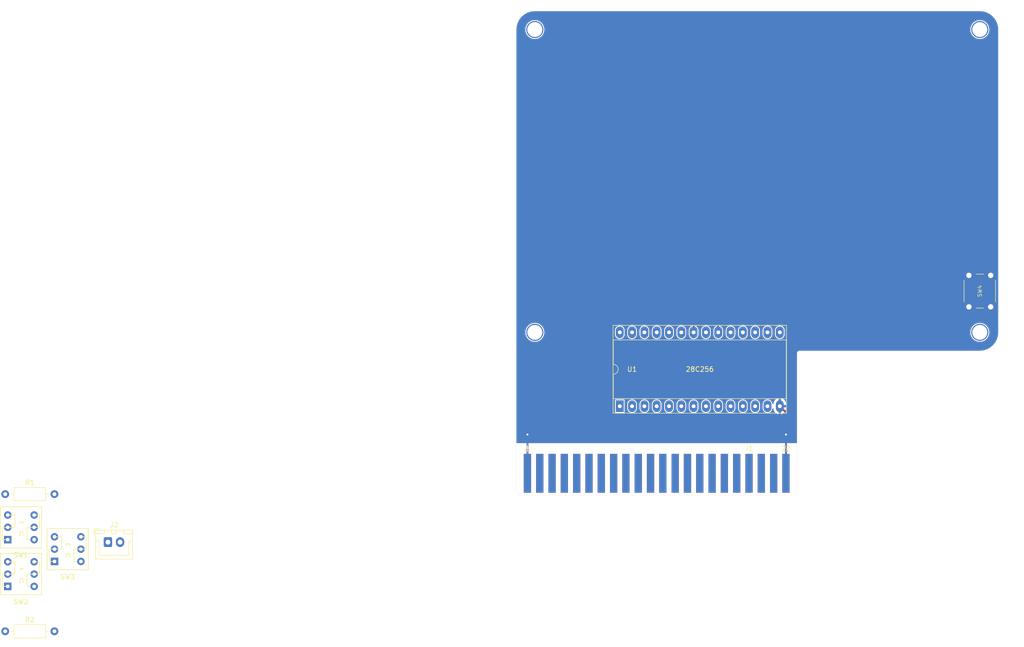
<source format=kicad_pcb>
(kicad_pcb (version 20171130) (host pcbnew "(5.1.8)-1")

  (general
    (thickness 1.6)
    (drawings 14)
    (tracks 20)
    (zones 0)
    (modules 13)
    (nets 37)
  )

  (page A4)
  (layers
    (0 F.Cu signal)
    (31 B.Cu signal)
    (32 B.Adhes user)
    (33 F.Adhes user)
    (34 B.Paste user)
    (35 F.Paste user)
    (36 B.SilkS user)
    (37 F.SilkS user)
    (38 B.Mask user)
    (39 F.Mask user)
    (40 Dwgs.User user)
    (41 Cmts.User user)
    (42 Eco1.User user)
    (43 Eco2.User user)
    (44 Edge.Cuts user)
    (45 Margin user)
    (46 B.CrtYd user)
    (47 F.CrtYd user)
    (48 B.Fab user)
    (49 F.Fab user)
  )

  (setup
    (last_trace_width 0.25)
    (user_trace_width 0.3048)
    (user_trace_width 0.508)
    (trace_clearance 0.2)
    (zone_clearance 0.000003)
    (zone_45_only yes)
    (trace_min 0.2)
    (via_size 0.6)
    (via_drill 0.4)
    (via_min_size 0.4)
    (via_min_drill 0.3)
    (uvia_size 0.3)
    (uvia_drill 0.1)
    (uvias_allowed no)
    (uvia_min_size 0.2)
    (uvia_min_drill 0.1)
    (edge_width 0.0254)
    (segment_width 0.2)
    (pcb_text_width 0.3)
    (pcb_text_size 1.5 1.5)
    (mod_edge_width 0.15)
    (mod_text_size 1 1)
    (mod_text_width 0.15)
    (pad_size 4.826 4.826)
    (pad_drill 4.826)
    (pad_to_mask_clearance 0)
    (aux_axis_origin 124.079 24.511)
    (grid_origin 124.079 86.995)
    (visible_elements 7FFFEF7F)
    (pcbplotparams
      (layerselection 0x010f0_80000001)
      (usegerberextensions true)
      (usegerberattributes true)
      (usegerberadvancedattributes true)
      (creategerberjobfile true)
      (excludeedgelayer true)
      (linewidth 0.100000)
      (plotframeref false)
      (viasonmask false)
      (mode 1)
      (useauxorigin false)
      (hpglpennumber 1)
      (hpglpenspeed 20)
      (hpglpendiameter 15.000000)
      (psnegative false)
      (psa4output false)
      (plotreference true)
      (plotvalue true)
      (plotinvisibletext false)
      (padsonsilk false)
      (subtractmaskfromsilk false)
      (outputformat 1)
      (mirror false)
      (drillshape 0)
      (scaleselection 1)
      (outputdirectory "gerbers/"))
  )

  (net 0 "")
  (net 1 /A12)
  (net 2 /A7)
  (net 3 /A6)
  (net 4 /A5)
  (net 5 /A4)
  (net 6 /A3)
  (net 7 /A10)
  (net 8 /A2)
  (net 9 /A1)
  (net 10 /A11)
  (net 11 /A0)
  (net 12 /A9)
  (net 13 /A8)
  (net 14 GND)
  (net 15 +5V)
  (net 16 "Net-(J1-PadF)")
  (net 17 "Net-(J1-PadH)")
  (net 18 "Net-(J1-PadJ)")
  (net 19 VCC)
  (net 20 ~GAME)
  (net 21 ~EXROM)
  (net 22 ~ROML)
  (net 23 /D7)
  (net 24 /D6)
  (net 25 /D5)
  (net 26 /D4)
  (net 27 /D3)
  (net 28 /D2)
  (net 29 /D1)
  (net 30 /D0)
  (net 31 ~ROMH)
  (net 32 ~RESET)
  (net 33 A13)
  (net 34 A14)
  (net 35 "Net-(SW1-Pad1)")
  (net 36 ~ROM)

  (net_class Default "This is the default net class."
    (clearance 0.2)
    (trace_width 0.25)
    (via_dia 0.6)
    (via_drill 0.4)
    (uvia_dia 0.3)
    (uvia_drill 0.1)
    (add_net /A0)
    (add_net /A1)
    (add_net /A10)
    (add_net /A11)
    (add_net /A12)
    (add_net /A2)
    (add_net /A3)
    (add_net /A4)
    (add_net /A5)
    (add_net /A6)
    (add_net /A7)
    (add_net /A8)
    (add_net /A9)
    (add_net /D0)
    (add_net /D1)
    (add_net /D2)
    (add_net /D3)
    (add_net /D4)
    (add_net /D5)
    (add_net /D6)
    (add_net /D7)
    (add_net A13)
    (add_net A14)
    (add_net "Net-(J1-PadF)")
    (add_net "Net-(J1-PadH)")
    (add_net "Net-(J1-PadJ)")
    (add_net "Net-(SW1-Pad1)")
    (add_net ~EXROM)
    (add_net ~GAME)
    (add_net ~RESET)
    (add_net ~ROM)
    (add_net ~ROMH)
    (add_net ~ROML)
  )

  (net_class PWR ""
    (clearance 0.2)
    (trace_width 0.381)
    (via_dia 0.6)
    (via_drill 0.4)
    (uvia_dia 0.3)
    (uvia_drill 0.1)
    (add_net GND)
    (add_net VCC)
  )

  (module C64_Exp_Port:C64_Expansion_Port (layer F.Cu) (tedit 594EE0D1) (tstamp 602D81AA)
    (at 150.495 116.078)
    (path /603074AC)
    (fp_text reference J1 (at 17.78 -5.08) (layer F.SilkS)
      (effects (font (size 1 1) (thickness 0.15)))
    )
    (fp_text value C64-Exp-Port (at -20.701 -6.223) (layer F.Fab) hide
      (effects (font (size 1 1) (thickness 0.15)))
    )
    (fp_text user Z (at 25.4 -5.08) (layer B.SilkS)
      (effects (font (size 1 1) (thickness 0.15)) (justify mirror))
    )
    (fp_text user A (at -27.94 -5.08) (layer B.SilkS)
      (effects (font (size 1 1) (thickness 0.15)) (justify mirror))
    )
    (fp_text user 1 (at -27.94 -5.08) (layer F.SilkS)
      (effects (font (size 1 1) (thickness 0.15)))
    )
    (fp_text user 22 (at 25.4 -5.08) (layer F.SilkS)
      (effects (font (size 1 1) (thickness 0.15)))
    )
    (pad 1 connect rect (at -27.94 0) (size 1.5 8) (layers F.Cu F.Mask)
      (net 14 GND))
    (pad 2 connect rect (at -25.4 0) (size 1.5 8) (layers F.Cu F.Mask)
      (net 19 VCC))
    (pad 3 connect rect (at -22.86 0) (size 1.5 8) (layers F.Cu F.Mask)
      (net 19 VCC))
    (pad 4 connect rect (at -20.32 0) (size 1.5 8) (layers F.Cu F.Mask))
    (pad 5 connect rect (at -17.78 0) (size 1.5 8) (layers F.Cu F.Mask))
    (pad 6 connect rect (at -15.24 0) (size 1.5 8) (layers F.Cu F.Mask))
    (pad 7 connect rect (at -12.7 0) (size 1.5 8) (layers F.Cu F.Mask))
    (pad 8 connect rect (at -10.16 0) (size 1.5 8) (layers F.Cu F.Mask)
      (net 20 ~GAME))
    (pad 9 connect rect (at -7.62 0) (size 1.5 8) (layers F.Cu F.Mask)
      (net 21 ~EXROM))
    (pad 10 connect rect (at -5.08 0) (size 1.5 8) (layers F.Cu F.Mask))
    (pad 11 connect rect (at -2.54 0) (size 1.5 8) (layers F.Cu F.Mask)
      (net 22 ~ROML))
    (pad 12 connect rect (at 0 0) (size 1.5 8) (layers F.Cu F.Mask))
    (pad 13 connect rect (at 2.54 0) (size 1.5 8) (layers F.Cu F.Mask))
    (pad 14 connect rect (at 5.08 0) (size 1.5 8) (layers F.Cu F.Mask)
      (net 23 /D7))
    (pad 15 connect rect (at 7.62 0) (size 1.5 8) (layers F.Cu F.Mask)
      (net 24 /D6))
    (pad 16 connect rect (at 10.16 0) (size 1.5 8) (layers F.Cu F.Mask)
      (net 25 /D5))
    (pad 17 connect rect (at 12.7 0) (size 1.5 8) (layers F.Cu F.Mask)
      (net 26 /D4))
    (pad 18 connect rect (at 15.24 0) (size 1.5 8) (layers F.Cu F.Mask)
      (net 27 /D3))
    (pad 19 connect rect (at 17.78 0) (size 1.5 8) (layers F.Cu F.Mask)
      (net 28 /D2))
    (pad 20 connect rect (at 20.32 0) (size 1.5 8) (layers F.Cu F.Mask)
      (net 29 /D1))
    (pad 21 connect rect (at 22.86 0) (size 1.5 8) (layers F.Cu F.Mask)
      (net 30 /D0))
    (pad 22 connect rect (at 25.4 0) (size 1.5 8) (layers F.Cu F.Mask)
      (net 14 GND))
    (pad A connect rect (at -27.94 0) (size 1.5 8) (layers B.Cu F.Mask)
      (net 14 GND))
    (pad B connect rect (at -25.4 0) (size 1.5 8) (layers B.Cu F.Mask)
      (net 31 ~ROMH))
    (pad C connect rect (at -22.86 0) (size 1.5 8) (layers B.Cu F.Mask)
      (net 32 ~RESET))
    (pad D connect rect (at -20.32 0) (size 1.5 8) (layers B.Cu F.Mask))
    (pad E connect rect (at -17.78 0) (size 1.5 8) (layers B.Cu F.Mask))
    (pad F connect rect (at -15.24 0) (size 1.5 8) (layers B.Cu F.Mask)
      (net 16 "Net-(J1-PadF)"))
    (pad H connect rect (at -12.7 0) (size 1.5 8) (layers B.Cu F.Mask)
      (net 17 "Net-(J1-PadH)"))
    (pad J connect rect (at -10.16 0) (size 1.5 8) (layers B.Cu F.Mask)
      (net 18 "Net-(J1-PadJ)"))
    (pad K connect rect (at -7.62 0) (size 1.5 8) (layers B.Cu F.Mask)
      (net 1 /A12))
    (pad L connect rect (at -5.08 0) (size 1.5 8) (layers B.Cu F.Mask)
      (net 10 /A11))
    (pad M connect rect (at -2.54 0) (size 1.5 8) (layers B.Cu F.Mask)
      (net 7 /A10))
    (pad N connect rect (at 0 0) (size 1.5 8) (layers B.Cu F.Mask)
      (net 12 /A9))
    (pad P connect rect (at 2.54 0) (size 1.5 8) (layers B.Cu F.Mask)
      (net 13 /A8))
    (pad R connect rect (at 5.08 0) (size 1.5 8) (layers B.Cu F.Mask)
      (net 2 /A7))
    (pad S connect rect (at 7.62 0) (size 1.5 8) (layers B.Cu F.Mask)
      (net 3 /A6))
    (pad T connect rect (at 10.16 0) (size 1.5 8) (layers B.Cu F.Mask)
      (net 4 /A5))
    (pad U connect rect (at 12.7 0) (size 1.5 8) (layers B.Cu F.Mask)
      (net 5 /A4))
    (pad V connect rect (at 15.24 0) (size 1.5 8) (layers B.Cu F.Mask)
      (net 6 /A3))
    (pad W connect rect (at 17.78 0) (size 1.5 8) (layers B.Cu F.Mask)
      (net 8 /A2))
    (pad X connect rect (at 20.32 0) (size 1.5 8) (layers B.Cu F.Mask)
      (net 9 /A1))
    (pad Y connect rect (at 22.86 0) (size 1.5 8) (layers B.Cu F.Mask)
      (net 11 /A0))
    (pad Z connect rect (at 25.4 0) (size 1.5 8) (layers B.Cu F.Mask)
      (net 14 GND))
  )

  (module Connector_JST:JST_XH_B2B-XH-A_1x02_P2.50mm_Vertical (layer F.Cu) (tedit 5C28146C) (tstamp 602D81D3)
    (at 35.991001 130.280001)
    (descr "JST XH series connector, B2B-XH-A (http://www.jst-mfg.com/product/pdf/eng/eXH.pdf), generated with kicad-footprint-generator")
    (tags "connector JST XH vertical")
    (path /605335F3)
    (fp_text reference J2 (at 1.25 -3.55) (layer F.SilkS)
      (effects (font (size 1 1) (thickness 0.15)))
    )
    (fp_text value Voltmeter (at 1.25 4.6) (layer F.Fab)
      (effects (font (size 1 1) (thickness 0.15)))
    )
    (fp_line (start -2.85 -2.75) (end -2.85 -1.5) (layer F.SilkS) (width 0.12))
    (fp_line (start -1.6 -2.75) (end -2.85 -2.75) (layer F.SilkS) (width 0.12))
    (fp_line (start 4.3 2.75) (end 1.25 2.75) (layer F.SilkS) (width 0.12))
    (fp_line (start 4.3 -0.2) (end 4.3 2.75) (layer F.SilkS) (width 0.12))
    (fp_line (start 5.05 -0.2) (end 4.3 -0.2) (layer F.SilkS) (width 0.12))
    (fp_line (start -1.8 2.75) (end 1.25 2.75) (layer F.SilkS) (width 0.12))
    (fp_line (start -1.8 -0.2) (end -1.8 2.75) (layer F.SilkS) (width 0.12))
    (fp_line (start -2.55 -0.2) (end -1.8 -0.2) (layer F.SilkS) (width 0.12))
    (fp_line (start 5.05 -2.45) (end 3.25 -2.45) (layer F.SilkS) (width 0.12))
    (fp_line (start 5.05 -1.7) (end 5.05 -2.45) (layer F.SilkS) (width 0.12))
    (fp_line (start 3.25 -1.7) (end 5.05 -1.7) (layer F.SilkS) (width 0.12))
    (fp_line (start 3.25 -2.45) (end 3.25 -1.7) (layer F.SilkS) (width 0.12))
    (fp_line (start -0.75 -2.45) (end -2.55 -2.45) (layer F.SilkS) (width 0.12))
    (fp_line (start -0.75 -1.7) (end -0.75 -2.45) (layer F.SilkS) (width 0.12))
    (fp_line (start -2.55 -1.7) (end -0.75 -1.7) (layer F.SilkS) (width 0.12))
    (fp_line (start -2.55 -2.45) (end -2.55 -1.7) (layer F.SilkS) (width 0.12))
    (fp_line (start 1.75 -2.45) (end 0.75 -2.45) (layer F.SilkS) (width 0.12))
    (fp_line (start 1.75 -1.7) (end 1.75 -2.45) (layer F.SilkS) (width 0.12))
    (fp_line (start 0.75 -1.7) (end 1.75 -1.7) (layer F.SilkS) (width 0.12))
    (fp_line (start 0.75 -2.45) (end 0.75 -1.7) (layer F.SilkS) (width 0.12))
    (fp_line (start 0 -1.35) (end 0.625 -2.35) (layer F.Fab) (width 0.1))
    (fp_line (start -0.625 -2.35) (end 0 -1.35) (layer F.Fab) (width 0.1))
    (fp_line (start 5.45 -2.85) (end -2.95 -2.85) (layer F.CrtYd) (width 0.05))
    (fp_line (start 5.45 3.9) (end 5.45 -2.85) (layer F.CrtYd) (width 0.05))
    (fp_line (start -2.95 3.9) (end 5.45 3.9) (layer F.CrtYd) (width 0.05))
    (fp_line (start -2.95 -2.85) (end -2.95 3.9) (layer F.CrtYd) (width 0.05))
    (fp_line (start 5.06 -2.46) (end -2.56 -2.46) (layer F.SilkS) (width 0.12))
    (fp_line (start 5.06 3.51) (end 5.06 -2.46) (layer F.SilkS) (width 0.12))
    (fp_line (start -2.56 3.51) (end 5.06 3.51) (layer F.SilkS) (width 0.12))
    (fp_line (start -2.56 -2.46) (end -2.56 3.51) (layer F.SilkS) (width 0.12))
    (fp_line (start 4.95 -2.35) (end -2.45 -2.35) (layer F.Fab) (width 0.1))
    (fp_line (start 4.95 3.4) (end 4.95 -2.35) (layer F.Fab) (width 0.1))
    (fp_line (start -2.45 3.4) (end 4.95 3.4) (layer F.Fab) (width 0.1))
    (fp_line (start -2.45 -2.35) (end -2.45 3.4) (layer F.Fab) (width 0.1))
    (fp_text user %R (at 1.25 2.7) (layer F.Fab)
      (effects (font (size 1 1) (thickness 0.15)))
    )
    (pad 1 thru_hole roundrect (at 0 0) (size 1.7 2) (drill 1) (layers *.Cu *.Mask) (roundrect_rratio 0.147059)
      (net 14 GND))
    (pad 2 thru_hole oval (at 2.5 0) (size 1.7 2) (drill 1) (layers *.Cu *.Mask)
      (net 19 VCC))
    (model ${KISYS3DMOD}/Connector_JST.3dshapes/JST_XH_B2B-XH-A_1x02_P2.50mm_Vertical.wrl
      (at (xyz 0 0 0))
      (scale (xyz 1 1 1))
      (rotate (xyz 0 0 0))
    )
  )

  (module mounting:M3 (layer F.Cu) (tedit 5F7625BA) (tstamp 602D81DA)
    (at 124.079 86.995)
    (descr "module 1 pin (ou trou mecanique de percage)")
    (tags DEV)
    (path /60580700)
    (fp_text reference M1 (at 0 -3.048) (layer F.Fab) hide
      (effects (font (size 1 1) (thickness 0.15)))
    )
    (fp_text value Mounting (at 0 3) (layer F.Fab) hide
      (effects (font (size 1 1) (thickness 0.15)))
    )
    (fp_circle (center 0 0) (end 2 0.8) (layer F.Fab) (width 0.1))
    (fp_circle (center 0 0) (end 2.6 0) (layer F.CrtYd) (width 0.05))
    (pad "" np_thru_hole circle (at 0 0) (size 3.5 3.5) (drill 3.048) (layers *.Cu *.Mask)
      (solder_mask_margin 0.8))
  )

  (module mounting:M3 (layer F.Cu) (tedit 5F7625BA) (tstamp 602D81E1)
    (at 215.9 86.995)
    (descr "module 1 pin (ou trou mecanique de percage)")
    (tags DEV)
    (path /60580BA0)
    (fp_text reference M2 (at 0 -3.048) (layer F.Fab) hide
      (effects (font (size 1 1) (thickness 0.15)))
    )
    (fp_text value Mounting (at 0 3) (layer F.Fab) hide
      (effects (font (size 1 1) (thickness 0.15)))
    )
    (fp_circle (center 0 0) (end 2.6 0) (layer F.CrtYd) (width 0.05))
    (fp_circle (center 0 0) (end 2 0.8) (layer F.Fab) (width 0.1))
    (pad "" np_thru_hole circle (at 0 0) (size 3.5 3.5) (drill 3.048) (layers *.Cu *.Mask)
      (solder_mask_margin 0.8))
  )

  (module mounting:M3 (layer F.Cu) (tedit 5F7625BA) (tstamp 602D81E8)
    (at 215.9 24.511)
    (descr "module 1 pin (ou trou mecanique de percage)")
    (tags DEV)
    (path /6058141F)
    (fp_text reference M3 (at 0 -3.048) (layer F.Fab) hide
      (effects (font (size 1 1) (thickness 0.15)))
    )
    (fp_text value Mounting (at 0 3) (layer F.Fab) hide
      (effects (font (size 1 1) (thickness 0.15)))
    )
    (fp_circle (center 0 0) (end 2 0.8) (layer F.Fab) (width 0.1))
    (fp_circle (center 0 0) (end 2.6 0) (layer F.CrtYd) (width 0.05))
    (pad "" np_thru_hole circle (at 0 0) (size 3.5 3.5) (drill 3.048) (layers *.Cu *.Mask)
      (solder_mask_margin 0.8))
  )

  (module mounting:M3 (layer F.Cu) (tedit 5F7625BA) (tstamp 602D81EF)
    (at 124.079 24.511)
    (descr "module 1 pin (ou trou mecanique de percage)")
    (tags DEV)
    (path /60581816)
    (fp_text reference M4 (at 0 -3.048) (layer F.Fab) hide
      (effects (font (size 1 1) (thickness 0.15)))
    )
    (fp_text value Mounting (at 0 3) (layer F.Fab) hide
      (effects (font (size 1 1) (thickness 0.15)))
    )
    (fp_circle (center 0 0) (end 2.6 0) (layer F.CrtYd) (width 0.05))
    (fp_circle (center 0 0) (end 2 0.8) (layer F.Fab) (width 0.1))
    (pad "" np_thru_hole circle (at 0 0) (size 3.5 3.5) (drill 3.048) (layers *.Cu *.Mask)
      (solder_mask_margin 0.8))
  )

  (module Resistor_THT:R_Axial_DIN0207_L6.3mm_D2.5mm_P10.16mm_Horizontal (layer F.Cu) (tedit 5AE5139B) (tstamp 602D8206)
    (at 14.791001 120.380001)
    (descr "Resistor, Axial_DIN0207 series, Axial, Horizontal, pin pitch=10.16mm, 0.25W = 1/4W, length*diameter=6.3*2.5mm^2, http://cdn-reichelt.de/documents/datenblatt/B400/1_4W%23YAG.pdf")
    (tags "Resistor Axial_DIN0207 series Axial Horizontal pin pitch 10.16mm 0.25W = 1/4W length 6.3mm diameter 2.5mm")
    (path /603EEE06)
    (fp_text reference R1 (at 5.08 -2.37) (layer F.SilkS)
      (effects (font (size 1 1) (thickness 0.15)))
    )
    (fp_text value 10k (at 5.08 2.37) (layer F.Fab)
      (effects (font (size 1 1) (thickness 0.15)))
    )
    (fp_line (start 11.21 -1.5) (end -1.05 -1.5) (layer F.CrtYd) (width 0.05))
    (fp_line (start 11.21 1.5) (end 11.21 -1.5) (layer F.CrtYd) (width 0.05))
    (fp_line (start -1.05 1.5) (end 11.21 1.5) (layer F.CrtYd) (width 0.05))
    (fp_line (start -1.05 -1.5) (end -1.05 1.5) (layer F.CrtYd) (width 0.05))
    (fp_line (start 9.12 0) (end 8.35 0) (layer F.SilkS) (width 0.12))
    (fp_line (start 1.04 0) (end 1.81 0) (layer F.SilkS) (width 0.12))
    (fp_line (start 8.35 -1.37) (end 1.81 -1.37) (layer F.SilkS) (width 0.12))
    (fp_line (start 8.35 1.37) (end 8.35 -1.37) (layer F.SilkS) (width 0.12))
    (fp_line (start 1.81 1.37) (end 8.35 1.37) (layer F.SilkS) (width 0.12))
    (fp_line (start 1.81 -1.37) (end 1.81 1.37) (layer F.SilkS) (width 0.12))
    (fp_line (start 10.16 0) (end 8.23 0) (layer F.Fab) (width 0.1))
    (fp_line (start 0 0) (end 1.93 0) (layer F.Fab) (width 0.1))
    (fp_line (start 8.23 -1.25) (end 1.93 -1.25) (layer F.Fab) (width 0.1))
    (fp_line (start 8.23 1.25) (end 8.23 -1.25) (layer F.Fab) (width 0.1))
    (fp_line (start 1.93 1.25) (end 8.23 1.25) (layer F.Fab) (width 0.1))
    (fp_line (start 1.93 -1.25) (end 1.93 1.25) (layer F.Fab) (width 0.1))
    (fp_text user %R (at 5.08 0) (layer F.Fab)
      (effects (font (size 1 1) (thickness 0.15)))
    )
    (pad 1 thru_hole circle (at 0 0) (size 1.6 1.6) (drill 0.8) (layers *.Cu *.Mask)
      (net 19 VCC))
    (pad 2 thru_hole oval (at 10.16 0) (size 1.6 1.6) (drill 0.8) (layers *.Cu *.Mask)
      (net 33 A13))
    (model ${KISYS3DMOD}/Resistor_THT.3dshapes/R_Axial_DIN0207_L6.3mm_D2.5mm_P10.16mm_Horizontal.wrl
      (at (xyz 0 0 0))
      (scale (xyz 1 1 1))
      (rotate (xyz 0 0 0))
    )
  )

  (module Resistor_THT:R_Axial_DIN0207_L6.3mm_D2.5mm_P10.16mm_Horizontal (layer F.Cu) (tedit 5AE5139B) (tstamp 602D821D)
    (at 14.791001 148.680001)
    (descr "Resistor, Axial_DIN0207 series, Axial, Horizontal, pin pitch=10.16mm, 0.25W = 1/4W, length*diameter=6.3*2.5mm^2, http://cdn-reichelt.de/documents/datenblatt/B400/1_4W%23YAG.pdf")
    (tags "Resistor Axial_DIN0207 series Axial Horizontal pin pitch 10.16mm 0.25W = 1/4W length 6.3mm diameter 2.5mm")
    (path /604095CE)
    (fp_text reference R2 (at 5.08 -2.37) (layer F.SilkS)
      (effects (font (size 1 1) (thickness 0.15)))
    )
    (fp_text value 10k (at 5.08 2.37) (layer F.Fab)
      (effects (font (size 1 1) (thickness 0.15)))
    )
    (fp_text user %R (at 5.08 0) (layer F.Fab)
      (effects (font (size 1 1) (thickness 0.15)))
    )
    (fp_line (start 1.93 -1.25) (end 1.93 1.25) (layer F.Fab) (width 0.1))
    (fp_line (start 1.93 1.25) (end 8.23 1.25) (layer F.Fab) (width 0.1))
    (fp_line (start 8.23 1.25) (end 8.23 -1.25) (layer F.Fab) (width 0.1))
    (fp_line (start 8.23 -1.25) (end 1.93 -1.25) (layer F.Fab) (width 0.1))
    (fp_line (start 0 0) (end 1.93 0) (layer F.Fab) (width 0.1))
    (fp_line (start 10.16 0) (end 8.23 0) (layer F.Fab) (width 0.1))
    (fp_line (start 1.81 -1.37) (end 1.81 1.37) (layer F.SilkS) (width 0.12))
    (fp_line (start 1.81 1.37) (end 8.35 1.37) (layer F.SilkS) (width 0.12))
    (fp_line (start 8.35 1.37) (end 8.35 -1.37) (layer F.SilkS) (width 0.12))
    (fp_line (start 8.35 -1.37) (end 1.81 -1.37) (layer F.SilkS) (width 0.12))
    (fp_line (start 1.04 0) (end 1.81 0) (layer F.SilkS) (width 0.12))
    (fp_line (start 9.12 0) (end 8.35 0) (layer F.SilkS) (width 0.12))
    (fp_line (start -1.05 -1.5) (end -1.05 1.5) (layer F.CrtYd) (width 0.05))
    (fp_line (start -1.05 1.5) (end 11.21 1.5) (layer F.CrtYd) (width 0.05))
    (fp_line (start 11.21 1.5) (end 11.21 -1.5) (layer F.CrtYd) (width 0.05))
    (fp_line (start 11.21 -1.5) (end -1.05 -1.5) (layer F.CrtYd) (width 0.05))
    (pad 2 thru_hole oval (at 10.16 0) (size 1.6 1.6) (drill 0.8) (layers *.Cu *.Mask)
      (net 34 A14))
    (pad 1 thru_hole circle (at 0 0) (size 1.6 1.6) (drill 0.8) (layers *.Cu *.Mask)
      (net 19 VCC))
    (model ${KISYS3DMOD}/Resistor_THT.3dshapes/R_Axial_DIN0207_L6.3mm_D2.5mm_P10.16mm_Horizontal.wrl
      (at (xyz 0 0 0))
      (scale (xyz 1 1 1))
      (rotate (xyz 0 0 0))
    )
  )

  (module 6pin_switch:dpdt_switch_black (layer F.Cu) (tedit 5DCD9482) (tstamp 602D8241)
    (at 18.041001 127.230001)
    (path /6046122A)
    (fp_text reference SW1 (at 0 5.715) (layer F.SilkS)
      (effects (font (size 1 1) (thickness 0.15)))
    )
    (fp_text value ROM_EN (at 0 -5.715) (layer F.Fab)
      (effects (font (size 1 1) (thickness 0.15)))
    )
    (fp_line (start -4.25 4.25) (end 4.25 4.25) (layer F.SilkS) (width 0.15))
    (fp_line (start -4.25 -4.25) (end -4.25 4.25) (layer F.SilkS) (width 0.15))
    (fp_line (start 4.25 -4.25) (end 4.25 4.25) (layer F.SilkS) (width 0.15))
    (fp_line (start -4.25 -4.25) (end 4.25 -4.25) (layer F.SilkS) (width 0.15))
    (fp_line (start 1.27 2.54) (end 1.905 2.54) (layer F.SilkS) (width 0.15))
    (fp_line (start -3.81 2.54) (end -3.175 2.54) (layer F.SilkS) (width 0.15))
    (fp_line (start -3.81 0) (end -3.81 2.54) (layer F.SilkS) (width 0.15))
    (fp_line (start -3.175 0) (end -3.81 0) (layer F.SilkS) (width 0.15))
    (fp_line (start 3.81 0) (end 3.175 0) (layer F.SilkS) (width 0.15))
    (fp_line (start 3.81 -2.54) (end 3.81 0) (layer F.SilkS) (width 0.15))
    (fp_line (start 3.175 -2.54) (end 3.81 -2.54) (layer F.SilkS) (width 0.15))
    (fp_line (start -2.286 0) (end -1.27 0) (layer F.SilkS) (width 0.15))
    (fp_line (start -1.27 0) (end -1.27 -2.54) (layer F.SilkS) (width 0.15))
    (fp_line (start 2.286 0) (end 1.27 0) (layer F.SilkS) (width 0.15))
    (fp_line (start 1.27 0) (end 1.27 2.54) (layer F.SilkS) (width 0.15))
    (fp_line (start -1.27 -2.54) (end -2.286 -2.54) (layer F.SilkS) (width 0.15))
    (fp_line (start 0.381 1.651) (end 0.635 1.651) (layer F.SilkS) (width 0.15))
    (fp_line (start 0.381 0.889) (end 0.381 1.651) (layer F.SilkS) (width 0.15))
    (fp_line (start -0.127 0.889) (end 0.381 0.889) (layer F.SilkS) (width 0.15))
    (fp_line (start -0.127 1.651) (end -0.127 0.889) (layer F.SilkS) (width 0.15))
    (fp_line (start -0.381 1.651) (end -0.127 1.651) (layer F.SilkS) (width 0.15))
    (fp_line (start 0.381 -0.889) (end 0.635 -0.889) (layer F.SilkS) (width 0.15))
    (fp_line (start 0.381 -1.143) (end 0.381 -0.889) (layer F.SilkS) (width 0.15))
    (fp_line (start -0.127 -1.143) (end 0.381 -1.143) (layer F.SilkS) (width 0.15))
    (fp_line (start -0.127 -0.889) (end -0.127 -1.143) (layer F.SilkS) (width 0.15))
    (fp_line (start -0.381 -0.889) (end -0.127 -0.889) (layer F.SilkS) (width 0.15))
    (pad 3 thru_hole circle (at -2.725 -2.54) (size 1.524 1.524) (drill 0.762) (layers *.Cu *.Mask))
    (pad 2 thru_hole circle (at -2.725 0) (size 1.524 1.524) (drill 0.762) (layers *.Cu *.Mask)
      (net 20 ~GAME))
    (pad 1 thru_hole rect (at -2.725 2.54) (size 1.524 1.524) (drill 0.762) (layers *.Cu *.Mask)
      (net 35 "Net-(SW1-Pad1)"))
    (pad 4 thru_hole circle (at 2.725 2.54) (size 1.524 1.524) (drill 0.762) (layers *.Cu *.Mask)
      (net 33 A13))
    (pad 5 thru_hole circle (at 2.725 0) (size 1.524 1.524) (drill 0.762) (layers *.Cu *.Mask)
      (net 21 ~EXROM))
    (pad 6 thru_hole circle (at 2.725 -2.54) (size 1.524 1.524) (drill 0.762) (layers *.Cu *.Mask))
  )

  (module 6pin_switch:dpdt_switch_black (layer F.Cu) (tedit 5DCD9482) (tstamp 602D8265)
    (at 18.041001 136.880001)
    (path /60397607)
    (fp_text reference SW2 (at 0 5.715) (layer F.SilkS)
      (effects (font (size 1 1) (thickness 0.15)))
    )
    (fp_text value Function (at 0 -5.715) (layer F.Fab)
      (effects (font (size 1 1) (thickness 0.15)))
    )
    (fp_line (start -4.25 4.25) (end 4.25 4.25) (layer F.SilkS) (width 0.15))
    (fp_line (start -4.25 -4.25) (end -4.25 4.25) (layer F.SilkS) (width 0.15))
    (fp_line (start 4.25 -4.25) (end 4.25 4.25) (layer F.SilkS) (width 0.15))
    (fp_line (start -4.25 -4.25) (end 4.25 -4.25) (layer F.SilkS) (width 0.15))
    (fp_line (start 1.27 2.54) (end 1.905 2.54) (layer F.SilkS) (width 0.15))
    (fp_line (start -3.81 2.54) (end -3.175 2.54) (layer F.SilkS) (width 0.15))
    (fp_line (start -3.81 0) (end -3.81 2.54) (layer F.SilkS) (width 0.15))
    (fp_line (start -3.175 0) (end -3.81 0) (layer F.SilkS) (width 0.15))
    (fp_line (start 3.81 0) (end 3.175 0) (layer F.SilkS) (width 0.15))
    (fp_line (start 3.81 -2.54) (end 3.81 0) (layer F.SilkS) (width 0.15))
    (fp_line (start 3.175 -2.54) (end 3.81 -2.54) (layer F.SilkS) (width 0.15))
    (fp_line (start -2.286 0) (end -1.27 0) (layer F.SilkS) (width 0.15))
    (fp_line (start -1.27 0) (end -1.27 -2.54) (layer F.SilkS) (width 0.15))
    (fp_line (start 2.286 0) (end 1.27 0) (layer F.SilkS) (width 0.15))
    (fp_line (start 1.27 0) (end 1.27 2.54) (layer F.SilkS) (width 0.15))
    (fp_line (start -1.27 -2.54) (end -2.286 -2.54) (layer F.SilkS) (width 0.15))
    (fp_line (start 0.381 1.651) (end 0.635 1.651) (layer F.SilkS) (width 0.15))
    (fp_line (start 0.381 0.889) (end 0.381 1.651) (layer F.SilkS) (width 0.15))
    (fp_line (start -0.127 0.889) (end 0.381 0.889) (layer F.SilkS) (width 0.15))
    (fp_line (start -0.127 1.651) (end -0.127 0.889) (layer F.SilkS) (width 0.15))
    (fp_line (start -0.381 1.651) (end -0.127 1.651) (layer F.SilkS) (width 0.15))
    (fp_line (start 0.381 -0.889) (end 0.635 -0.889) (layer F.SilkS) (width 0.15))
    (fp_line (start 0.381 -1.143) (end 0.381 -0.889) (layer F.SilkS) (width 0.15))
    (fp_line (start -0.127 -1.143) (end 0.381 -1.143) (layer F.SilkS) (width 0.15))
    (fp_line (start -0.127 -0.889) (end -0.127 -1.143) (layer F.SilkS) (width 0.15))
    (fp_line (start -0.381 -0.889) (end -0.127 -0.889) (layer F.SilkS) (width 0.15))
    (pad 3 thru_hole circle (at -2.725 -2.54) (size 1.524 1.524) (drill 0.762) (layers *.Cu *.Mask)
      (net 35 "Net-(SW1-Pad1)"))
    (pad 2 thru_hole circle (at -2.725 0) (size 1.524 1.524) (drill 0.762) (layers *.Cu *.Mask)
      (net 14 GND))
    (pad 1 thru_hole rect (at -2.725 2.54) (size 1.524 1.524) (drill 0.762) (layers *.Cu *.Mask)
      (net 33 A13))
    (pad 4 thru_hole circle (at 2.725 2.54) (size 1.524 1.524) (drill 0.762) (layers *.Cu *.Mask)
      (net 22 ~ROML))
    (pad 5 thru_hole circle (at 2.725 0) (size 1.524 1.524) (drill 0.762) (layers *.Cu *.Mask)
      (net 36 ~ROM))
    (pad 6 thru_hole circle (at 2.725 -2.54) (size 1.524 1.524) (drill 0.762) (layers *.Cu *.Mask)
      (net 31 ~ROMH))
  )

  (module 6pin_switch:dpdt_switch_black (layer F.Cu) (tedit 5DCD9482) (tstamp 602D8289)
    (at 27.691001 131.730001)
    (path /60399E7D)
    (fp_text reference SW3 (at 0 5.715) (layer F.SilkS)
      (effects (font (size 1 1) (thickness 0.15)))
    )
    (fp_text value Bank (at 0 -5.715) (layer F.Fab)
      (effects (font (size 1 1) (thickness 0.15)))
    )
    (fp_line (start -0.381 -0.889) (end -0.127 -0.889) (layer F.SilkS) (width 0.15))
    (fp_line (start -0.127 -0.889) (end -0.127 -1.143) (layer F.SilkS) (width 0.15))
    (fp_line (start -0.127 -1.143) (end 0.381 -1.143) (layer F.SilkS) (width 0.15))
    (fp_line (start 0.381 -1.143) (end 0.381 -0.889) (layer F.SilkS) (width 0.15))
    (fp_line (start 0.381 -0.889) (end 0.635 -0.889) (layer F.SilkS) (width 0.15))
    (fp_line (start -0.381 1.651) (end -0.127 1.651) (layer F.SilkS) (width 0.15))
    (fp_line (start -0.127 1.651) (end -0.127 0.889) (layer F.SilkS) (width 0.15))
    (fp_line (start -0.127 0.889) (end 0.381 0.889) (layer F.SilkS) (width 0.15))
    (fp_line (start 0.381 0.889) (end 0.381 1.651) (layer F.SilkS) (width 0.15))
    (fp_line (start 0.381 1.651) (end 0.635 1.651) (layer F.SilkS) (width 0.15))
    (fp_line (start -1.27 -2.54) (end -2.286 -2.54) (layer F.SilkS) (width 0.15))
    (fp_line (start 1.27 0) (end 1.27 2.54) (layer F.SilkS) (width 0.15))
    (fp_line (start 2.286 0) (end 1.27 0) (layer F.SilkS) (width 0.15))
    (fp_line (start -1.27 0) (end -1.27 -2.54) (layer F.SilkS) (width 0.15))
    (fp_line (start -2.286 0) (end -1.27 0) (layer F.SilkS) (width 0.15))
    (fp_line (start 3.175 -2.54) (end 3.81 -2.54) (layer F.SilkS) (width 0.15))
    (fp_line (start 3.81 -2.54) (end 3.81 0) (layer F.SilkS) (width 0.15))
    (fp_line (start 3.81 0) (end 3.175 0) (layer F.SilkS) (width 0.15))
    (fp_line (start -3.175 0) (end -3.81 0) (layer F.SilkS) (width 0.15))
    (fp_line (start -3.81 0) (end -3.81 2.54) (layer F.SilkS) (width 0.15))
    (fp_line (start -3.81 2.54) (end -3.175 2.54) (layer F.SilkS) (width 0.15))
    (fp_line (start 1.27 2.54) (end 1.905 2.54) (layer F.SilkS) (width 0.15))
    (fp_line (start -4.25 -4.25) (end 4.25 -4.25) (layer F.SilkS) (width 0.15))
    (fp_line (start 4.25 -4.25) (end 4.25 4.25) (layer F.SilkS) (width 0.15))
    (fp_line (start -4.25 -4.25) (end -4.25 4.25) (layer F.SilkS) (width 0.15))
    (fp_line (start -4.25 4.25) (end 4.25 4.25) (layer F.SilkS) (width 0.15))
    (pad 6 thru_hole circle (at 2.725 -2.54) (size 1.524 1.524) (drill 0.762) (layers *.Cu *.Mask))
    (pad 5 thru_hole circle (at 2.725 0) (size 1.524 1.524) (drill 0.762) (layers *.Cu *.Mask))
    (pad 4 thru_hole circle (at 2.725 2.54) (size 1.524 1.524) (drill 0.762) (layers *.Cu *.Mask))
    (pad 1 thru_hole rect (at -2.725 2.54) (size 1.524 1.524) (drill 0.762) (layers *.Cu *.Mask)
      (net 34 A14))
    (pad 2 thru_hole circle (at -2.725 0) (size 1.524 1.524) (drill 0.762) (layers *.Cu *.Mask)
      (net 14 GND))
    (pad 3 thru_hole circle (at -2.725 -2.54) (size 1.524 1.524) (drill 0.762) (layers *.Cu *.Mask))
  )

  (module switch_cutout:SW_PUSH_6mm (layer F.Cu) (tedit 601DD404) (tstamp 602D9A95)
    (at 215.9 78.486 90)
    (descr https://www.omron.com/ecb/products/pdf/en-b3f.pdf)
    (tags "tact sw push 6mm")
    (path /60361220)
    (fp_text reference SW4 (at 0 -4.79 90) (layer F.SilkS) hide
      (effects (font (size 0.8 0.8) (thickness 0.1)))
    )
    (fp_text value Reset (at 0.5 4.45 90) (layer F.Fab)
      (effects (font (size 1 1) (thickness 0.15)))
    )
    (fp_line (start 0 -3) (end 3 -3) (layer F.Fab) (width 0.1))
    (fp_line (start 3 -3) (end 3 3) (layer F.Fab) (width 0.1))
    (fp_line (start 3 3) (end -3 3) (layer F.Fab) (width 0.1))
    (fp_line (start -3 3) (end -3 -3) (layer F.Fab) (width 0.1))
    (fp_line (start -3 -3) (end 0 -3) (layer F.Fab) (width 0.1))
    (fp_line (start 4.5 3.75) (end 4.75 3.75) (layer F.CrtYd) (width 0.05))
    (fp_line (start 4.75 3.75) (end 4.75 3.5) (layer F.CrtYd) (width 0.05))
    (fp_line (start 4.5 -3.75) (end 4.75 -3.75) (layer F.CrtYd) (width 0.05))
    (fp_line (start 4.75 -3.75) (end 4.75 -3.5) (layer F.CrtYd) (width 0.05))
    (fp_line (start -4.75 -3.5) (end -4.75 -3.75) (layer F.CrtYd) (width 0.05))
    (fp_line (start -4.75 -3.75) (end -4.5 -3.75) (layer F.CrtYd) (width 0.05))
    (fp_line (start -4.75 3.5) (end -4.75 3.75) (layer F.CrtYd) (width 0.05))
    (fp_line (start -4.75 3.75) (end -4.5 3.75) (layer F.CrtYd) (width 0.05))
    (fp_line (start -4.5 -3.75) (end 4.5 -3.75) (layer F.CrtYd) (width 0.05))
    (fp_line (start -4.75 3.5) (end -4.75 -3.5) (layer F.CrtYd) (width 0.05))
    (fp_line (start 4.5 3.75) (end -4.5 3.75) (layer F.CrtYd) (width 0.05))
    (fp_line (start 4.75 -3.5) (end 4.75 3.5) (layer F.CrtYd) (width 0.05))
    (fp_line (start -2.25 3.25) (end 2.25 3.25) (layer F.SilkS) (width 0.12))
    (fp_line (start -3.5 -0.75) (end -3.5 0.75) (layer F.SilkS) (width 0.12))
    (fp_line (start 2.25 -3.25) (end -2.25 -3.25) (layer F.SilkS) (width 0.12))
    (fp_line (start 3.5 0.75) (end 3.5 -0.75) (layer F.SilkS) (width 0.12))
    (fp_circle (center 0 0) (end -2 0.25) (layer F.Fab) (width 0.1))
    (fp_text user %R (at 0 0 90) (layer F.SilkS)
      (effects (font (size 0.8 0.8) (thickness 0.1)))
    )
    (pad 2 thru_hole circle (at -3.25 2.25 180) (size 2 2) (drill 1.1) (layers *.Cu *.Mask)
      (net 14 GND))
    (pad 1 thru_hole circle (at -3.25 -2.25 180) (size 2 2) (drill 1.1) (layers *.Cu *.Mask)
      (net 32 ~RESET))
    (pad 2 thru_hole circle (at 3.25 2.25 180) (size 2 2) (drill 1.1) (layers *.Cu *.Mask)
      (net 14 GND))
    (pad 1 thru_hole circle (at 3.25 -2.25 180) (size 2 2) (drill 1.1) (layers *.Cu *.Mask)
      (net 32 ~RESET))
    (model ${KISYS3DMOD}/Button_Switch_THT.3dshapes/SW_PUSH_6mm.wrl
      (offset (xyz -3 2 0))
      (scale (xyz 1 1 1))
      (rotate (xyz 0 0 0))
    )
  )

  (module Package_DIP:DIP-28_W15.24mm_Socket_LongPads (layer F.Cu) (tedit 5A02E8C5) (tstamp 602D82E0)
    (at 141.605 102.235 90)
    (descr "28-lead though-hole mounted DIP package, row spacing 15.24 mm (600 mils), Socket, LongPads")
    (tags "THT DIP DIL PDIP 2.54mm 15.24mm 600mil Socket LongPads")
    (path /6032F669)
    (fp_text reference U1 (at 7.62 2.54 180) (layer F.SilkS)
      (effects (font (size 1 1) (thickness 0.15)))
    )
    (fp_text value 28C256 (at 7.62 16.51 180) (layer F.SilkS)
      (effects (font (size 1 1) (thickness 0.15)))
    )
    (fp_line (start 16.8 -1.6) (end -1.55 -1.6) (layer F.CrtYd) (width 0.05))
    (fp_line (start 16.8 34.65) (end 16.8 -1.6) (layer F.CrtYd) (width 0.05))
    (fp_line (start -1.55 34.65) (end 16.8 34.65) (layer F.CrtYd) (width 0.05))
    (fp_line (start -1.55 -1.6) (end -1.55 34.65) (layer F.CrtYd) (width 0.05))
    (fp_line (start 16.68 -1.39) (end -1.44 -1.39) (layer F.SilkS) (width 0.12))
    (fp_line (start 16.68 34.41) (end 16.68 -1.39) (layer F.SilkS) (width 0.12))
    (fp_line (start -1.44 34.41) (end 16.68 34.41) (layer F.SilkS) (width 0.12))
    (fp_line (start -1.44 -1.39) (end -1.44 34.41) (layer F.SilkS) (width 0.12))
    (fp_line (start 13.68 -1.33) (end 8.62 -1.33) (layer F.SilkS) (width 0.12))
    (fp_line (start 13.68 34.35) (end 13.68 -1.33) (layer F.SilkS) (width 0.12))
    (fp_line (start 1.56 34.35) (end 13.68 34.35) (layer F.SilkS) (width 0.12))
    (fp_line (start 1.56 -1.33) (end 1.56 34.35) (layer F.SilkS) (width 0.12))
    (fp_line (start 6.62 -1.33) (end 1.56 -1.33) (layer F.SilkS) (width 0.12))
    (fp_line (start 16.51 -1.33) (end -1.27 -1.33) (layer F.Fab) (width 0.1))
    (fp_line (start 16.51 34.35) (end 16.51 -1.33) (layer F.Fab) (width 0.1))
    (fp_line (start -1.27 34.35) (end 16.51 34.35) (layer F.Fab) (width 0.1))
    (fp_line (start -1.27 -1.33) (end -1.27 34.35) (layer F.Fab) (width 0.1))
    (fp_line (start 0.255 -0.27) (end 1.255 -1.27) (layer F.Fab) (width 0.1))
    (fp_line (start 0.255 34.29) (end 0.255 -0.27) (layer F.Fab) (width 0.1))
    (fp_line (start 14.985 34.29) (end 0.255 34.29) (layer F.Fab) (width 0.1))
    (fp_line (start 14.985 -1.27) (end 14.985 34.29) (layer F.Fab) (width 0.1))
    (fp_line (start 1.255 -1.27) (end 14.985 -1.27) (layer F.Fab) (width 0.1))
    (fp_arc (start 7.62 -1.33) (end 6.62 -1.33) (angle -180) (layer F.SilkS) (width 0.12))
    (fp_text user %R (at 7.62 2.54 180) (layer F.Fab)
      (effects (font (size 1 1) (thickness 0.15)))
    )
    (pad 1 thru_hole rect (at 0 0 90) (size 2.4 1.6) (drill 0.8) (layers *.Cu *.Mask)
      (net 34 A14))
    (pad 15 thru_hole oval (at 15.24 33.02 90) (size 2.4 1.6) (drill 0.8) (layers *.Cu *.Mask)
      (net 27 /D3))
    (pad 2 thru_hole oval (at 0 2.54 90) (size 2.4 1.6) (drill 0.8) (layers *.Cu *.Mask)
      (net 1 /A12))
    (pad 16 thru_hole oval (at 15.24 30.48 90) (size 2.4 1.6) (drill 0.8) (layers *.Cu *.Mask)
      (net 26 /D4))
    (pad 3 thru_hole oval (at 0 5.08 90) (size 2.4 1.6) (drill 0.8) (layers *.Cu *.Mask)
      (net 2 /A7))
    (pad 17 thru_hole oval (at 15.24 27.94 90) (size 2.4 1.6) (drill 0.8) (layers *.Cu *.Mask)
      (net 25 /D5))
    (pad 4 thru_hole oval (at 0 7.62 90) (size 2.4 1.6) (drill 0.8) (layers *.Cu *.Mask)
      (net 3 /A6))
    (pad 18 thru_hole oval (at 15.24 25.4 90) (size 2.4 1.6) (drill 0.8) (layers *.Cu *.Mask)
      (net 24 /D6))
    (pad 5 thru_hole oval (at 0 10.16 90) (size 2.4 1.6) (drill 0.8) (layers *.Cu *.Mask)
      (net 4 /A5))
    (pad 19 thru_hole oval (at 15.24 22.86 90) (size 2.4 1.6) (drill 0.8) (layers *.Cu *.Mask)
      (net 23 /D7))
    (pad 6 thru_hole oval (at 0 12.7 90) (size 2.4 1.6) (drill 0.8) (layers *.Cu *.Mask)
      (net 5 /A4))
    (pad 20 thru_hole oval (at 15.24 20.32 90) (size 2.4 1.6) (drill 0.8) (layers *.Cu *.Mask)
      (net 36 ~ROM))
    (pad 7 thru_hole oval (at 0 15.24 90) (size 2.4 1.6) (drill 0.8) (layers *.Cu *.Mask)
      (net 6 /A3))
    (pad 21 thru_hole oval (at 15.24 17.78 90) (size 2.4 1.6) (drill 0.8) (layers *.Cu *.Mask)
      (net 7 /A10))
    (pad 8 thru_hole oval (at 0 17.78 90) (size 2.4 1.6) (drill 0.8) (layers *.Cu *.Mask)
      (net 8 /A2))
    (pad 22 thru_hole oval (at 15.24 15.24 90) (size 2.4 1.6) (drill 0.8) (layers *.Cu *.Mask)
      (net 36 ~ROM))
    (pad 9 thru_hole oval (at 0 20.32 90) (size 2.4 1.6) (drill 0.8) (layers *.Cu *.Mask)
      (net 9 /A1))
    (pad 23 thru_hole oval (at 15.24 12.7 90) (size 2.4 1.6) (drill 0.8) (layers *.Cu *.Mask)
      (net 10 /A11))
    (pad 10 thru_hole oval (at 0 22.86 90) (size 2.4 1.6) (drill 0.8) (layers *.Cu *.Mask)
      (net 11 /A0))
    (pad 24 thru_hole oval (at 15.24 10.16 90) (size 2.4 1.6) (drill 0.8) (layers *.Cu *.Mask)
      (net 12 /A9))
    (pad 11 thru_hole oval (at 0 25.4 90) (size 2.4 1.6) (drill 0.8) (layers *.Cu *.Mask)
      (net 30 /D0))
    (pad 25 thru_hole oval (at 15.24 7.62 90) (size 2.4 1.6) (drill 0.8) (layers *.Cu *.Mask)
      (net 13 /A8))
    (pad 12 thru_hole oval (at 0 27.94 90) (size 2.4 1.6) (drill 0.8) (layers *.Cu *.Mask)
      (net 29 /D1))
    (pad 26 thru_hole oval (at 15.24 5.08 90) (size 2.4 1.6) (drill 0.8) (layers *.Cu *.Mask)
      (net 33 A13))
    (pad 13 thru_hole oval (at 0 30.48 90) (size 2.4 1.6) (drill 0.8) (layers *.Cu *.Mask)
      (net 28 /D2))
    (pad 27 thru_hole oval (at 15.24 2.54 90) (size 2.4 1.6) (drill 0.8) (layers *.Cu *.Mask)
      (net 19 VCC))
    (pad 14 thru_hole oval (at 0 33.02 90) (size 2.4 1.6) (drill 0.8) (layers *.Cu *.Mask)
      (net 14 GND))
    (pad 28 thru_hole oval (at 15.24 0 90) (size 2.4 1.6) (drill 0.8) (layers *.Cu *.Mask)
      (net 19 VCC))
    (model ${KISYS3DMOD}/Package_DIP.3dshapes/DIP-28_W15.24mm_Socket.wrl
      (at (xyz 0 0 0))
      (scale (xyz 1 1 1))
      (rotate (xyz 0 0 0))
    )
  )

  (gr_arc (start 124.079 24.511) (end 124.079 20.701) (angle -90) (layer Edge.Cuts) (width 0.0254) (tstamp 602D8E50))
  (gr_line (start 215.9 20.701) (end 124.079 20.701) (layer Edge.Cuts) (width 0.0254))
  (gr_arc (start 215.9 24.511) (end 219.71 24.511) (angle -90) (layer Edge.Cuts) (width 0.0254) (tstamp 602D8E0C))
  (gr_arc (start 215.9 86.995) (end 215.9 90.805) (angle -90) (layer Edge.Cuts) (width 0.0254))
  (gr_arc (start 178.689 91.313) (end 178.181 91.313) (angle 90) (layer Edge.Cuts) (width 0.0254) (tstamp 602D8DE3))
  (gr_line (start 215.9 90.805) (end 178.689 90.805) (layer Edge.Cuts) (width 0.0254))
  (gr_line (start 219.71 86.995) (end 219.71 24.511) (angle 90) (layer Edge.Cuts) (width 0.0254) (tstamp 602D8DCC))
  (gr_line (start 178.181 91.313) (end 178.181 119.253) (angle 90) (layer Edge.Cuts) (width 0.0254))
  (gr_line (start 120.269 119.253) (end 120.269 119.634) (angle 90) (layer Edge.Cuts) (width 0.0254))
  (gr_arc (start 121.285 119.634) (end 121.285 120.65) (angle 90) (layer Edge.Cuts) (width 0.0254))
  (gr_line (start 178.181 119.634) (end 178.181 119.253) (angle 90) (layer Edge.Cuts) (width 0.0254))
  (gr_arc (start 177.165 119.634) (end 178.181 119.634) (angle 90) (layer Edge.Cuts) (width 0.0254))
  (gr_line (start 120.269 24.511) (end 120.269 119.253) (angle 90) (layer Edge.Cuts) (width 0.0254))
  (gr_line (start 121.285 120.65) (end 177.165 120.65) (angle 90) (layer Edge.Cuts) (width 0.0254))

  (segment (start 146.939 102.87) (end 146.939 102.235) (width 0.25) (layer B.Cu) (net 2) (tstamp 59441CBB) (status 30))
  (segment (start 152.019 102.87) (end 152.019 102.235) (width 0.25) (layer B.Cu) (net 4) (tstamp 59441C70) (status 30))
  (segment (start 154.559 102.743) (end 154.559 102.235) (width 0.25) (layer B.Cu) (net 5) (tstamp 59441C24) (status 30))
  (segment (start 157.099 102.87) (end 157.099 102.235) (width 0.25) (layer B.Cu) (net 6) (tstamp 59441C2C) (status 30))
  (segment (start 159.639 102.87) (end 159.639 102.235) (width 0.25) (layer B.Cu) (net 8) (tstamp 59441C86) (status 30))
  (segment (start 145.669 115.824) (end 145.415 116.078) (width 0.25) (layer B.Cu) (net 10) (tstamp 5944226E) (status 30))
  (segment (start 164.719 102.87) (end 164.719 102.235) (width 0.25) (layer B.Cu) (net 11) (tstamp 59441BAF) (status 30))
  (via (at 122.555 108.077) (size 0.6) (drill 0.4) (layers F.Cu B.Cu) (net 14))
  (segment (start 122.555 116.078) (end 122.555 108.077) (width 0.381) (layer B.Cu) (net 14))
  (segment (start 122.555 116.078) (end 122.555 108.077) (width 0.381) (layer F.Cu) (net 14))
  (via (at 175.895 108.07701) (size 0.6) (drill 0.4) (layers F.Cu B.Cu) (net 14))
  (segment (start 175.895 108.07701) (end 175.895 116.078) (width 0.381) (layer F.Cu) (net 14))
  (segment (start 175.895 108.07701) (end 175.895 116.078) (width 0.381) (layer B.Cu) (net 14))
  (segment (start 175.895 103.505) (end 175.895 108.07701) (width 0.381) (layer F.Cu) (net 14))
  (segment (start 174.625 102.235) (end 175.895 103.505) (width 0.381) (layer F.Cu) (net 14))
  (segment (start 161.925 86.995) (end 161.925 85.725) (width 0.25) (layer F.Cu) (net 36))
  (segment (start 161.925 85.725) (end 161.29 85.09) (width 0.25) (layer F.Cu) (net 36))
  (segment (start 161.29 85.09) (end 157.48 85.09) (width 0.25) (layer F.Cu) (net 36))
  (segment (start 156.845 85.725) (end 156.845 86.995) (width 0.25) (layer F.Cu) (net 36))
  (segment (start 157.48 85.09) (end 156.845 85.725) (width 0.25) (layer F.Cu) (net 36))

  (zone (net 0) (net_name "") (layer F.Mask) (tstamp 59432AA1) (hatch edge 0.508)
    (connect_pads (clearance 0.508))
    (min_thickness 0.254)
    (fill yes (arc_segments 16) (thermal_gap 0.508) (thermal_bridge_width 0.508))
    (polygon
      (pts
        (xy 178.2064 120.6754) (xy 120.2436 120.6754) (xy 120.2436 111.76) (xy 178.2064 111.76)
      )
    )
    (filled_polygon
      (pts
        (xy 178.0794 120.068197) (xy 178.009773 120.198459) (xy 177.88342 120.35242) (xy 177.729459 120.478773) (xy 177.599197 120.5484)
        (xy 120.850803 120.5484) (xy 120.720541 120.478773) (xy 120.56658 120.35242) (xy 120.440227 120.198459) (xy 120.3706 120.068197)
        (xy 120.3706 111.887) (xy 178.0794 111.887)
      )
    )
  )
  (zone (net 0) (net_name "") (layer B.Mask) (tstamp 59432AA2) (hatch edge 0.508)
    (connect_pads (clearance 0.508))
    (min_thickness 0.254)
    (fill yes (arc_segments 16) (thermal_gap 0.508) (thermal_bridge_width 0.508))
    (polygon
      (pts
        (xy 178.2064 120.6754) (xy 120.2436 120.6754) (xy 120.2436 111.76) (xy 178.2064 111.76)
      )
    )
    (filled_polygon
      (pts
        (xy 178.0794 120.068197) (xy 178.009773 120.198459) (xy 177.88342 120.35242) (xy 177.729459 120.478773) (xy 177.599197 120.5484)
        (xy 120.850803 120.5484) (xy 120.720541 120.478773) (xy 120.56658 120.35242) (xy 120.440227 120.198459) (xy 120.3706 120.068197)
        (xy 120.3706 111.887) (xy 178.0794 111.887)
      )
    )
  )
  (zone (net 0) (net_name "") (layer F.Cu) (tstamp 594EF299) (hatch edge 0.508)
    (connect_pads (clearance 0.508))
    (min_thickness 0.254)
    (keepout (tracks allowed) (vias not_allowed) (copperpour allowed))
    (fill (arc_segments 16) (thermal_gap 0.508) (thermal_bridge_width 0.508))
    (polygon
      (pts
        (xy 180.34 110.49) (xy 118.11 110.49) (xy 118.11 108.585) (xy 180.34 108.585)
      )
    )
  )
  (zone (net 15) (net_name +5V) (layer F.Cu) (tstamp 59517315) (hatch edge 0.508)
    (connect_pads yes (clearance 0.000003))
    (min_thickness 0.0254)
    (fill yes (arc_segments 16) (thermal_gap 0.508) (thermal_bridge_width 0.508))
    (polygon
      (pts
        (xy 124.41936 112.0775) (xy 128.19888 112.0775) (xy 128.18618 120.07596) (xy 124.45238 120.07596) (xy 124.45238 120.03024)
      )
    )
  )
  (zone (net 0) (net_name "") (layer F.Cu) (tstamp 59441431) (hatch edge 0.508)
    (connect_pads (clearance 0.508))
    (min_thickness 0.254)
    (keepout (tracks not_allowed) (vias not_allowed) (copperpour allowed))
    (fill (arc_segments 16) (thermal_gap 0.508) (thermal_bridge_width 0.508))
    (polygon
      (pts
        (xy 121.539 103.505) (xy 120.269 103.505) (xy 120.269 100.33) (xy 121.539 100.33)
      )
    )
  )
  (zone (net 0) (net_name "") (layer F.Cu) (tstamp 59441427) (hatch edge 0.508)
    (connect_pads (clearance 0.508))
    (min_thickness 0.254)
    (keepout (tracks not_allowed) (vias not_allowed) (copperpour allowed))
    (fill (arc_segments 16) (thermal_gap 0.508) (thermal_bridge_width 0.508))
    (polygon
      (pts
        (xy 178.054 103.505) (xy 176.784 103.505) (xy 176.784 100.33) (xy 178.054 100.33)
      )
    )
  )
  (zone (net 14) (net_name GND) (layer B.Cu) (tstamp 0) (hatch edge 0.508)
    (connect_pads (clearance 0.000003))
    (min_thickness 0.254)
    (fill yes (arc_segments 32) (thermal_gap 0.508) (thermal_bridge_width 0.508))
    (polygon
      (pts
        (xy 225.044 109.855) (xy 117.094 109.855) (xy 117.094 18.415) (xy 225.044 18.415)
      )
    )
    (filled_polygon
      (pts
        (xy 216.612768 20.91126) (xy 217.298391 21.118263) (xy 217.930743 21.454491) (xy 218.485744 21.907138) (xy 218.942257 22.458969)
        (xy 219.282896 23.088966) (xy 219.494675 23.773116) (xy 219.57023 24.49197) (xy 219.570298 24.511488) (xy 219.570297 86.98817)
        (xy 219.49974 87.707768) (xy 219.292739 88.393386) (xy 218.956512 89.02574) (xy 218.503862 89.580744) (xy 217.952028 90.03726)
        (xy 217.322034 90.377896) (xy 216.637884 90.589675) (xy 215.919029 90.66523) (xy 215.899798 90.665297) (xy 178.682146 90.665297)
        (xy 178.675961 90.665906) (xy 178.672792 90.665884) (xy 178.67085 90.666074) (xy 178.572248 90.676438) (xy 178.55983 90.678987)
        (xy 178.547408 90.681357) (xy 178.54554 90.681921) (xy 178.45083 90.711239) (xy 178.439141 90.716153) (xy 178.427419 90.720889)
        (xy 178.425696 90.721804) (xy 178.338484 90.768959) (xy 178.327985 90.776041) (xy 178.317392 90.782973) (xy 178.31588 90.784206)
        (xy 178.239488 90.847403) (xy 178.230569 90.856385) (xy 178.22152 90.865246) (xy 178.220276 90.866749) (xy 178.157614 90.94358)
        (xy 178.150587 90.954157) (xy 178.143454 90.964575) (xy 178.142525 90.966291) (xy 178.09598 91.05383) (xy 178.091152 91.065545)
        (xy 178.086168 91.077173) (xy 178.085591 91.079037) (xy 178.056935 91.17395) (xy 178.054473 91.186382) (xy 178.051843 91.198756)
        (xy 178.051639 91.200696) (xy 178.041964 91.299367) (xy 178.041964 91.299374) (xy 178.041297 91.306147) (xy 178.041298 109.728)
        (xy 120.408703 109.728) (xy 120.408703 101.035) (xy 140.476418 101.035) (xy 140.476418 103.435) (xy 140.482732 103.499103)
        (xy 140.50143 103.560743) (xy 140.531794 103.61755) (xy 140.572657 103.667343) (xy 140.62245 103.708206) (xy 140.679257 103.73857)
        (xy 140.740897 103.757268) (xy 140.805 103.763582) (xy 142.405 103.763582) (xy 142.469103 103.757268) (xy 142.530743 103.73857)
        (xy 142.58755 103.708206) (xy 142.637343 103.667343) (xy 142.678206 103.61755) (xy 142.70857 103.560743) (xy 142.727268 103.499103)
        (xy 142.733582 103.435) (xy 142.733582 101.779636) (xy 143.018 101.779636) (xy 143.018 102.690365) (xy 143.034307 102.855931)
        (xy 143.098751 103.068371) (xy 143.203401 103.264157) (xy 143.344236 103.435765) (xy 143.515844 103.5766) (xy 143.71163 103.68125)
        (xy 143.92407 103.745693) (xy 144.145 103.767453) (xy 144.365931 103.745693) (xy 144.578371 103.68125) (xy 144.774157 103.5766)
        (xy 144.945765 103.435765) (xy 145.0866 103.264157) (xy 145.19125 103.068371) (xy 145.255693 102.85593) (xy 145.272 102.690364)
        (xy 145.272 101.779636) (xy 145.558 101.779636) (xy 145.558 102.690365) (xy 145.574307 102.855931) (xy 145.638751 103.068371)
        (xy 145.743401 103.264157) (xy 145.884236 103.435765) (xy 146.055844 103.5766) (xy 146.25163 103.68125) (xy 146.46407 103.745693)
        (xy 146.685 103.767453) (xy 146.905931 103.745693) (xy 147.118371 103.68125) (xy 147.314157 103.5766) (xy 147.485765 103.435765)
        (xy 147.6266 103.264157) (xy 147.73125 103.068371) (xy 147.795693 102.85593) (xy 147.812 102.690364) (xy 147.812 101.779636)
        (xy 148.098 101.779636) (xy 148.098 102.690365) (xy 148.114307 102.855931) (xy 148.178751 103.068371) (xy 148.283401 103.264157)
        (xy 148.424236 103.435765) (xy 148.595844 103.5766) (xy 148.79163 103.68125) (xy 149.00407 103.745693) (xy 149.225 103.767453)
        (xy 149.445931 103.745693) (xy 149.658371 103.68125) (xy 149.854157 103.5766) (xy 150.025765 103.435765) (xy 150.1666 103.264157)
        (xy 150.27125 103.068371) (xy 150.335693 102.85593) (xy 150.352 102.690364) (xy 150.352 101.779636) (xy 150.638 101.779636)
        (xy 150.638 102.690365) (xy 150.654307 102.855931) (xy 150.718751 103.068371) (xy 150.823401 103.264157) (xy 150.964236 103.435765)
        (xy 151.135844 103.5766) (xy 151.33163 103.68125) (xy 151.54407 103.745693) (xy 151.765 103.767453) (xy 151.985931 103.745693)
        (xy 152.198371 103.68125) (xy 152.394157 103.5766) (xy 152.565765 103.435765) (xy 152.7066 103.264157) (xy 152.81125 103.068371)
        (xy 152.875693 102.85593) (xy 152.892 102.690364) (xy 152.892 101.779636) (xy 153.178 101.779636) (xy 153.178 102.690365)
        (xy 153.194307 102.855931) (xy 153.258751 103.068371) (xy 153.363401 103.264157) (xy 153.504236 103.435765) (xy 153.675844 103.5766)
        (xy 153.87163 103.68125) (xy 154.08407 103.745693) (xy 154.305 103.767453) (xy 154.525931 103.745693) (xy 154.738371 103.68125)
        (xy 154.934157 103.5766) (xy 155.105765 103.435765) (xy 155.2466 103.264157) (xy 155.35125 103.068371) (xy 155.415693 102.85593)
        (xy 155.432 102.690364) (xy 155.432 101.779636) (xy 155.718 101.779636) (xy 155.718 102.690365) (xy 155.734307 102.855931)
        (xy 155.798751 103.068371) (xy 155.903401 103.264157) (xy 156.044236 103.435765) (xy 156.215844 103.5766) (xy 156.41163 103.68125)
        (xy 156.62407 103.745693) (xy 156.845 103.767453) (xy 157.065931 103.745693) (xy 157.278371 103.68125) (xy 157.474157 103.5766)
        (xy 157.645765 103.435765) (xy 157.7866 103.264157) (xy 157.89125 103.068371) (xy 157.955693 102.85593) (xy 157.972 102.690364)
        (xy 157.972 101.779636) (xy 158.258 101.779636) (xy 158.258 102.690365) (xy 158.274307 102.855931) (xy 158.338751 103.068371)
        (xy 158.443401 103.264157) (xy 158.584236 103.435765) (xy 158.755844 103.5766) (xy 158.95163 103.68125) (xy 159.16407 103.745693)
        (xy 159.385 103.767453) (xy 159.605931 103.745693) (xy 159.818371 103.68125) (xy 160.014157 103.5766) (xy 160.185765 103.435765)
        (xy 160.3266 103.264157) (xy 160.43125 103.068371) (xy 160.495693 102.85593) (xy 160.512 102.690364) (xy 160.512 101.779636)
        (xy 160.798 101.779636) (xy 160.798 102.690365) (xy 160.814307 102.855931) (xy 160.878751 103.068371) (xy 160.983401 103.264157)
        (xy 161.124236 103.435765) (xy 161.295844 103.5766) (xy 161.49163 103.68125) (xy 161.70407 103.745693) (xy 161.925 103.767453)
        (xy 162.145931 103.745693) (xy 162.358371 103.68125) (xy 162.554157 103.5766) (xy 162.725765 103.435765) (xy 162.8666 103.264157)
        (xy 162.97125 103.068371) (xy 163.035693 102.85593) (xy 163.052 102.690364) (xy 163.052 101.779636) (xy 163.338 101.779636)
        (xy 163.338 102.690365) (xy 163.354307 102.855931) (xy 163.418751 103.068371) (xy 163.523401 103.264157) (xy 163.664236 103.435765)
        (xy 163.835844 103.5766) (xy 164.03163 103.68125) (xy 164.24407 103.745693) (xy 164.465 103.767453) (xy 164.685931 103.745693)
        (xy 164.898371 103.68125) (xy 165.094157 103.5766) (xy 165.265765 103.435765) (xy 165.4066 103.264157) (xy 165.51125 103.068371)
        (xy 165.575693 102.85593) (xy 165.592 102.690364) (xy 165.592 101.779636) (xy 165.878 101.779636) (xy 165.878 102.690365)
        (xy 165.894307 102.855931) (xy 165.958751 103.068371) (xy 166.063401 103.264157) (xy 166.204236 103.435765) (xy 166.375844 103.5766)
        (xy 166.57163 103.68125) (xy 166.78407 103.745693) (xy 167.005 103.767453) (xy 167.225931 103.745693) (xy 167.438371 103.68125)
        (xy 167.634157 103.5766) (xy 167.805765 103.435765) (xy 167.9466 103.264157) (xy 168.05125 103.068371) (xy 168.115693 102.85593)
        (xy 168.132 102.690364) (xy 168.132 101.779636) (xy 168.418 101.779636) (xy 168.418 102.690365) (xy 168.434307 102.855931)
        (xy 168.498751 103.068371) (xy 168.603401 103.264157) (xy 168.744236 103.435765) (xy 168.915844 103.5766) (xy 169.11163 103.68125)
        (xy 169.32407 103.745693) (xy 169.545 103.767453) (xy 169.765931 103.745693) (xy 169.978371 103.68125) (xy 170.174157 103.5766)
        (xy 170.345765 103.435765) (xy 170.4866 103.264157) (xy 170.59125 103.068371) (xy 170.655693 102.85593) (xy 170.672 102.690364)
        (xy 170.672 101.779636) (xy 170.958 101.779636) (xy 170.958 102.690365) (xy 170.974307 102.855931) (xy 171.038751 103.068371)
        (xy 171.143401 103.264157) (xy 171.284236 103.435765) (xy 171.455844 103.5766) (xy 171.65163 103.68125) (xy 171.86407 103.745693)
        (xy 172.085 103.767453) (xy 172.305931 103.745693) (xy 172.518371 103.68125) (xy 172.714157 103.5766) (xy 172.885765 103.435765)
        (xy 173.0266 103.264157) (xy 173.13125 103.068371) (xy 173.195693 102.85593) (xy 173.199818 102.814047) (xy 173.24235 103.039514)
        (xy 173.347834 103.301483) (xy 173.502399 103.537839) (xy 173.700105 103.7395) (xy 173.933354 103.898715) (xy 174.193182 104.009367)
        (xy 174.275961 104.026904) (xy 174.498 103.904915) (xy 174.498 102.362) (xy 174.752 102.362) (xy 174.752 103.904915)
        (xy 174.974039 104.026904) (xy 175.056818 104.009367) (xy 175.316646 103.898715) (xy 175.549895 103.7395) (xy 175.747601 103.537839)
        (xy 175.902166 103.301483) (xy 176.00765 103.039514) (xy 176.06 102.762) (xy 176.06 102.362) (xy 174.752 102.362)
        (xy 174.498 102.362) (xy 174.478 102.362) (xy 174.478 102.108) (xy 174.498 102.108) (xy 174.498 100.565085)
        (xy 174.752 100.565085) (xy 174.752 102.108) (xy 176.06 102.108) (xy 176.06 101.708) (xy 176.00765 101.430486)
        (xy 175.902166 101.168517) (xy 175.747601 100.932161) (xy 175.549895 100.7305) (xy 175.316646 100.571285) (xy 175.056818 100.460633)
        (xy 174.974039 100.443096) (xy 174.752 100.565085) (xy 174.498 100.565085) (xy 174.275961 100.443096) (xy 174.193182 100.460633)
        (xy 173.933354 100.571285) (xy 173.700105 100.7305) (xy 173.502399 100.932161) (xy 173.347834 101.168517) (xy 173.24235 101.430486)
        (xy 173.199818 101.655952) (xy 173.195693 101.614069) (xy 173.13125 101.401629) (xy 173.0266 101.205843) (xy 172.885765 101.034235)
        (xy 172.714157 100.8934) (xy 172.51837 100.78875) (xy 172.30593 100.724307) (xy 172.085 100.702547) (xy 171.864069 100.724307)
        (xy 171.651629 100.78875) (xy 171.455843 100.8934) (xy 171.284235 101.034235) (xy 171.1434 101.205843) (xy 171.03875 101.40163)
        (xy 170.974307 101.61407) (xy 170.958 101.779636) (xy 170.672 101.779636) (xy 170.672 101.779635) (xy 170.655693 101.614069)
        (xy 170.59125 101.401629) (xy 170.4866 101.205843) (xy 170.345765 101.034235) (xy 170.174157 100.8934) (xy 169.97837 100.78875)
        (xy 169.76593 100.724307) (xy 169.545 100.702547) (xy 169.324069 100.724307) (xy 169.111629 100.78875) (xy 168.915843 100.8934)
        (xy 168.744235 101.034235) (xy 168.6034 101.205843) (xy 168.49875 101.40163) (xy 168.434307 101.61407) (xy 168.418 101.779636)
        (xy 168.132 101.779636) (xy 168.132 101.779635) (xy 168.115693 101.614069) (xy 168.05125 101.401629) (xy 167.9466 101.205843)
        (xy 167.805765 101.034235) (xy 167.634157 100.8934) (xy 167.43837 100.78875) (xy 167.22593 100.724307) (xy 167.005 100.702547)
        (xy 166.784069 100.724307) (xy 166.571629 100.78875) (xy 166.375843 100.8934) (xy 166.204235 101.034235) (xy 166.0634 101.205843)
        (xy 165.95875 101.40163) (xy 165.894307 101.61407) (xy 165.878 101.779636) (xy 165.592 101.779636) (xy 165.592 101.779635)
        (xy 165.575693 101.614069) (xy 165.51125 101.401629) (xy 165.4066 101.205843) (xy 165.265765 101.034235) (xy 165.094157 100.8934)
        (xy 164.89837 100.78875) (xy 164.68593 100.724307) (xy 164.465 100.702547) (xy 164.244069 100.724307) (xy 164.031629 100.78875)
        (xy 163.835843 100.8934) (xy 163.664235 101.034235) (xy 163.5234 101.205843) (xy 163.41875 101.40163) (xy 163.354307 101.61407)
        (xy 163.338 101.779636) (xy 163.052 101.779636) (xy 163.052 101.779635) (xy 163.035693 101.614069) (xy 162.97125 101.401629)
        (xy 162.8666 101.205843) (xy 162.725765 101.034235) (xy 162.554157 100.8934) (xy 162.35837 100.78875) (xy 162.14593 100.724307)
        (xy 161.925 100.702547) (xy 161.704069 100.724307) (xy 161.491629 100.78875) (xy 161.295843 100.8934) (xy 161.124235 101.034235)
        (xy 160.9834 101.205843) (xy 160.87875 101.40163) (xy 160.814307 101.61407) (xy 160.798 101.779636) (xy 160.512 101.779636)
        (xy 160.512 101.779635) (xy 160.495693 101.614069) (xy 160.43125 101.401629) (xy 160.3266 101.205843) (xy 160.185765 101.034235)
        (xy 160.014157 100.8934) (xy 159.81837 100.78875) (xy 159.60593 100.724307) (xy 159.385 100.702547) (xy 159.164069 100.724307)
        (xy 158.951629 100.78875) (xy 158.755843 100.8934) (xy 158.584235 101.034235) (xy 158.4434 101.205843) (xy 158.33875 101.40163)
        (xy 158.274307 101.61407) (xy 158.258 101.779636) (xy 157.972 101.779636) (xy 157.972 101.779635) (xy 157.955693 101.614069)
        (xy 157.89125 101.401629) (xy 157.7866 101.205843) (xy 157.645765 101.034235) (xy 157.474157 100.8934) (xy 157.27837 100.78875)
        (xy 157.06593 100.724307) (xy 156.845 100.702547) (xy 156.624069 100.724307) (xy 156.411629 100.78875) (xy 156.215843 100.8934)
        (xy 156.044235 101.034235) (xy 155.9034 101.205843) (xy 155.79875 101.40163) (xy 155.734307 101.61407) (xy 155.718 101.779636)
        (xy 155.432 101.779636) (xy 155.432 101.779635) (xy 155.415693 101.614069) (xy 155.35125 101.401629) (xy 155.2466 101.205843)
        (xy 155.105765 101.034235) (xy 154.934157 100.8934) (xy 154.73837 100.78875) (xy 154.52593 100.724307) (xy 154.305 100.702547)
        (xy 154.084069 100.724307) (xy 153.871629 100.78875) (xy 153.675843 100.8934) (xy 153.504235 101.034235) (xy 153.3634 101.205843)
        (xy 153.25875 101.40163) (xy 153.194307 101.61407) (xy 153.178 101.779636) (xy 152.892 101.779636) (xy 152.892 101.779635)
        (xy 152.875693 101.614069) (xy 152.81125 101.401629) (xy 152.7066 101.205843) (xy 152.565765 101.034235) (xy 152.394157 100.8934)
        (xy 152.19837 100.78875) (xy 151.98593 100.724307) (xy 151.765 100.702547) (xy 151.544069 100.724307) (xy 151.331629 100.78875)
        (xy 151.135843 100.8934) (xy 150.964235 101.034235) (xy 150.8234 101.205843) (xy 150.71875 101.40163) (xy 150.654307 101.61407)
        (xy 150.638 101.779636) (xy 150.352 101.779636) (xy 150.352 101.779635) (xy 150.335693 101.614069) (xy 150.27125 101.401629)
        (xy 150.1666 101.205843) (xy 150.025765 101.034235) (xy 149.854157 100.8934) (xy 149.65837 100.78875) (xy 149.44593 100.724307)
        (xy 149.225 100.702547) (xy 149.004069 100.724307) (xy 148.791629 100.78875) (xy 148.595843 100.8934) (xy 148.424235 101.034235)
        (xy 148.2834 101.205843) (xy 148.17875 101.40163) (xy 148.114307 101.61407) (xy 148.098 101.779636) (xy 147.812 101.779636)
        (xy 147.812 101.779635) (xy 147.795693 101.614069) (xy 147.73125 101.401629) (xy 147.6266 101.205843) (xy 147.485765 101.034235)
        (xy 147.314157 100.8934) (xy 147.11837 100.78875) (xy 146.90593 100.724307) (xy 146.685 100.702547) (xy 146.464069 100.724307)
        (xy 146.251629 100.78875) (xy 146.055843 100.8934) (xy 145.884235 101.034235) (xy 145.7434 101.205843) (xy 145.63875 101.40163)
        (xy 145.574307 101.61407) (xy 145.558 101.779636) (xy 145.272 101.779636) (xy 145.272 101.779635) (xy 145.255693 101.614069)
        (xy 145.19125 101.401629) (xy 145.0866 101.205843) (xy 144.945765 101.034235) (xy 144.774157 100.8934) (xy 144.57837 100.78875)
        (xy 144.36593 100.724307) (xy 144.145 100.702547) (xy 143.924069 100.724307) (xy 143.711629 100.78875) (xy 143.515843 100.8934)
        (xy 143.344235 101.034235) (xy 143.2034 101.205843) (xy 143.09875 101.40163) (xy 143.034307 101.61407) (xy 143.018 101.779636)
        (xy 142.733582 101.779636) (xy 142.733582 101.035) (xy 142.727268 100.970897) (xy 142.70857 100.909257) (xy 142.678206 100.85245)
        (xy 142.637343 100.802657) (xy 142.58755 100.761794) (xy 142.530743 100.73143) (xy 142.469103 100.712732) (xy 142.405 100.706418)
        (xy 140.805 100.706418) (xy 140.740897 100.712732) (xy 140.679257 100.73143) (xy 140.62245 100.761794) (xy 140.572657 100.802657)
        (xy 140.531794 100.85245) (xy 140.50143 100.909257) (xy 140.482732 100.970897) (xy 140.476418 101.035) (xy 120.408703 101.035)
        (xy 120.408703 86.790433) (xy 122.002 86.790433) (xy 122.002 87.199567) (xy 122.081818 87.600839) (xy 122.238386 87.978829)
        (xy 122.465689 88.319011) (xy 122.754989 88.608311) (xy 123.095171 88.835614) (xy 123.473161 88.992182) (xy 123.874433 89.072)
        (xy 124.283567 89.072) (xy 124.684839 88.992182) (xy 125.062829 88.835614) (xy 125.403011 88.608311) (xy 125.692311 88.319011)
        (xy 125.919614 87.978829) (xy 126.076182 87.600839) (xy 126.156 87.199567) (xy 126.156 86.790433) (xy 126.106114 86.539636)
        (xy 140.478 86.539636) (xy 140.478 87.450365) (xy 140.494307 87.615931) (xy 140.558751 87.828371) (xy 140.663401 88.024157)
        (xy 140.804236 88.195765) (xy 140.975844 88.3366) (xy 141.17163 88.44125) (xy 141.38407 88.505693) (xy 141.605 88.527453)
        (xy 141.825931 88.505693) (xy 142.038371 88.44125) (xy 142.234157 88.3366) (xy 142.405765 88.195765) (xy 142.5466 88.024157)
        (xy 142.65125 87.828371) (xy 142.715693 87.61593) (xy 142.732 87.450364) (xy 142.732 86.539636) (xy 143.018 86.539636)
        (xy 143.018 87.450365) (xy 143.034307 87.615931) (xy 143.098751 87.828371) (xy 143.203401 88.024157) (xy 143.344236 88.195765)
        (xy 143.515844 88.3366) (xy 143.71163 88.44125) (xy 143.92407 88.505693) (xy 144.145 88.527453) (xy 144.365931 88.505693)
        (xy 144.578371 88.44125) (xy 144.774157 88.3366) (xy 144.945765 88.195765) (xy 145.0866 88.024157) (xy 145.19125 87.828371)
        (xy 145.255693 87.61593) (xy 145.272 87.450364) (xy 145.272 86.539636) (xy 145.558 86.539636) (xy 145.558 87.450365)
        (xy 145.574307 87.615931) (xy 145.638751 87.828371) (xy 145.743401 88.024157) (xy 145.884236 88.195765) (xy 146.055844 88.3366)
        (xy 146.25163 88.44125) (xy 146.46407 88.505693) (xy 146.685 88.527453) (xy 146.905931 88.505693) (xy 147.118371 88.44125)
        (xy 147.314157 88.3366) (xy 147.485765 88.195765) (xy 147.6266 88.024157) (xy 147.73125 87.828371) (xy 147.795693 87.61593)
        (xy 147.812 87.450364) (xy 147.812 86.539636) (xy 148.098 86.539636) (xy 148.098 87.450365) (xy 148.114307 87.615931)
        (xy 148.178751 87.828371) (xy 148.283401 88.024157) (xy 148.424236 88.195765) (xy 148.595844 88.3366) (xy 148.79163 88.44125)
        (xy 149.00407 88.505693) (xy 149.225 88.527453) (xy 149.445931 88.505693) (xy 149.658371 88.44125) (xy 149.854157 88.3366)
        (xy 150.025765 88.195765) (xy 150.1666 88.024157) (xy 150.27125 87.828371) (xy 150.335693 87.61593) (xy 150.352 87.450364)
        (xy 150.352 86.539636) (xy 150.638 86.539636) (xy 150.638 87.450365) (xy 150.654307 87.615931) (xy 150.718751 87.828371)
        (xy 150.823401 88.024157) (xy 150.964236 88.195765) (xy 151.135844 88.3366) (xy 151.33163 88.44125) (xy 151.54407 88.505693)
        (xy 151.765 88.527453) (xy 151.985931 88.505693) (xy 152.198371 88.44125) (xy 152.394157 88.3366) (xy 152.565765 88.195765)
        (xy 152.7066 88.024157) (xy 152.81125 87.828371) (xy 152.875693 87.61593) (xy 152.892 87.450364) (xy 152.892 86.539636)
        (xy 153.178 86.539636) (xy 153.178 87.450365) (xy 153.194307 87.615931) (xy 153.258751 87.828371) (xy 153.363401 88.024157)
        (xy 153.504236 88.195765) (xy 153.675844 88.3366) (xy 153.87163 88.44125) (xy 154.08407 88.505693) (xy 154.305 88.527453)
        (xy 154.525931 88.505693) (xy 154.738371 88.44125) (xy 154.934157 88.3366) (xy 155.105765 88.195765) (xy 155.2466 88.024157)
        (xy 155.35125 87.828371) (xy 155.415693 87.61593) (xy 155.432 87.450364) (xy 155.432 86.539636) (xy 155.718 86.539636)
        (xy 155.718 87.450365) (xy 155.734307 87.615931) (xy 155.798751 87.828371) (xy 155.903401 88.024157) (xy 156.044236 88.195765)
        (xy 156.215844 88.3366) (xy 156.41163 88.44125) (xy 156.62407 88.505693) (xy 156.845 88.527453) (xy 157.065931 88.505693)
        (xy 157.278371 88.44125) (xy 157.474157 88.3366) (xy 157.645765 88.195765) (xy 157.7866 88.024157) (xy 157.89125 87.828371)
        (xy 157.955693 87.61593) (xy 157.972 87.450364) (xy 157.972 86.539636) (xy 158.258 86.539636) (xy 158.258 87.450365)
        (xy 158.274307 87.615931) (xy 158.338751 87.828371) (xy 158.443401 88.024157) (xy 158.584236 88.195765) (xy 158.755844 88.3366)
        (xy 158.95163 88.44125) (xy 159.16407 88.505693) (xy 159.385 88.527453) (xy 159.605931 88.505693) (xy 159.818371 88.44125)
        (xy 160.014157 88.3366) (xy 160.185765 88.195765) (xy 160.3266 88.024157) (xy 160.43125 87.828371) (xy 160.495693 87.61593)
        (xy 160.512 87.450364) (xy 160.512 86.539636) (xy 160.798 86.539636) (xy 160.798 87.450365) (xy 160.814307 87.615931)
        (xy 160.878751 87.828371) (xy 160.983401 88.024157) (xy 161.124236 88.195765) (xy 161.295844 88.3366) (xy 161.49163 88.44125)
        (xy 161.70407 88.505693) (xy 161.925 88.527453) (xy 162.145931 88.505693) (xy 162.358371 88.44125) (xy 162.554157 88.3366)
        (xy 162.725765 88.195765) (xy 162.8666 88.024157) (xy 162.97125 87.828371) (xy 163.035693 87.61593) (xy 163.052 87.450364)
        (xy 163.052 86.539636) (xy 163.338 86.539636) (xy 163.338 87.450365) (xy 163.354307 87.615931) (xy 163.418751 87.828371)
        (xy 163.523401 88.024157) (xy 163.664236 88.195765) (xy 163.835844 88.3366) (xy 164.03163 88.44125) (xy 164.24407 88.505693)
        (xy 164.465 88.527453) (xy 164.685931 88.505693) (xy 164.898371 88.44125) (xy 165.094157 88.3366) (xy 165.265765 88.195765)
        (xy 165.4066 88.024157) (xy 165.51125 87.828371) (xy 165.575693 87.61593) (xy 165.592 87.450364) (xy 165.592 86.539636)
        (xy 165.878 86.539636) (xy 165.878 87.450365) (xy 165.894307 87.615931) (xy 165.958751 87.828371) (xy 166.063401 88.024157)
        (xy 166.204236 88.195765) (xy 166.375844 88.3366) (xy 166.57163 88.44125) (xy 166.78407 88.505693) (xy 167.005 88.527453)
        (xy 167.225931 88.505693) (xy 167.438371 88.44125) (xy 167.634157 88.3366) (xy 167.805765 88.195765) (xy 167.9466 88.024157)
        (xy 168.05125 87.828371) (xy 168.115693 87.61593) (xy 168.132 87.450364) (xy 168.132 86.539636) (xy 168.418 86.539636)
        (xy 168.418 87.450365) (xy 168.434307 87.615931) (xy 168.498751 87.828371) (xy 168.603401 88.024157) (xy 168.744236 88.195765)
        (xy 168.915844 88.3366) (xy 169.11163 88.44125) (xy 169.32407 88.505693) (xy 169.545 88.527453) (xy 169.765931 88.505693)
        (xy 169.978371 88.44125) (xy 170.174157 88.3366) (xy 170.345765 88.195765) (xy 170.4866 88.024157) (xy 170.59125 87.828371)
        (xy 170.655693 87.61593) (xy 170.672 87.450364) (xy 170.672 86.539636) (xy 170.958 86.539636) (xy 170.958 87.450365)
        (xy 170.974307 87.615931) (xy 171.038751 87.828371) (xy 171.143401 88.024157) (xy 171.284236 88.195765) (xy 171.455844 88.3366)
        (xy 171.65163 88.44125) (xy 171.86407 88.505693) (xy 172.085 88.527453) (xy 172.305931 88.505693) (xy 172.518371 88.44125)
        (xy 172.714157 88.3366) (xy 172.885765 88.195765) (xy 173.0266 88.024157) (xy 173.13125 87.828371) (xy 173.195693 87.61593)
        (xy 173.212 87.450364) (xy 173.212 86.539636) (xy 173.498 86.539636) (xy 173.498 87.450365) (xy 173.514307 87.615931)
        (xy 173.578751 87.828371) (xy 173.683401 88.024157) (xy 173.824236 88.195765) (xy 173.995844 88.3366) (xy 174.19163 88.44125)
        (xy 174.40407 88.505693) (xy 174.625 88.527453) (xy 174.845931 88.505693) (xy 175.058371 88.44125) (xy 175.254157 88.3366)
        (xy 175.425765 88.195765) (xy 175.5666 88.024157) (xy 175.67125 87.828371) (xy 175.735693 87.61593) (xy 175.752 87.450364)
        (xy 175.752 86.790433) (xy 213.823 86.790433) (xy 213.823 87.199567) (xy 213.902818 87.600839) (xy 214.059386 87.978829)
        (xy 214.286689 88.319011) (xy 214.575989 88.608311) (xy 214.916171 88.835614) (xy 215.294161 88.992182) (xy 215.695433 89.072)
        (xy 216.104567 89.072) (xy 216.505839 88.992182) (xy 216.883829 88.835614) (xy 217.224011 88.608311) (xy 217.513311 88.319011)
        (xy 217.740614 87.978829) (xy 217.897182 87.600839) (xy 217.977 87.199567) (xy 217.977 86.790433) (xy 217.897182 86.389161)
        (xy 217.740614 86.011171) (xy 217.513311 85.670989) (xy 217.224011 85.381689) (xy 216.883829 85.154386) (xy 216.505839 84.997818)
        (xy 216.104567 84.918) (xy 215.695433 84.918) (xy 215.294161 84.997818) (xy 214.916171 85.154386) (xy 214.575989 85.381689)
        (xy 214.286689 85.670989) (xy 214.059386 86.011171) (xy 213.902818 86.389161) (xy 213.823 86.790433) (xy 175.752 86.790433)
        (xy 175.752 86.539635) (xy 175.735693 86.374069) (xy 175.67125 86.161629) (xy 175.5666 85.965843) (xy 175.425765 85.794235)
        (xy 175.254157 85.6534) (xy 175.05837 85.54875) (xy 174.84593 85.484307) (xy 174.625 85.462547) (xy 174.404069 85.484307)
        (xy 174.191629 85.54875) (xy 173.995843 85.6534) (xy 173.824235 85.794235) (xy 173.6834 85.965843) (xy 173.57875 86.16163)
        (xy 173.514307 86.37407) (xy 173.498 86.539636) (xy 173.212 86.539636) (xy 173.212 86.539635) (xy 173.195693 86.374069)
        (xy 173.13125 86.161629) (xy 173.0266 85.965843) (xy 172.885765 85.794235) (xy 172.714157 85.6534) (xy 172.51837 85.54875)
        (xy 172.30593 85.484307) (xy 172.085 85.462547) (xy 171.864069 85.484307) (xy 171.651629 85.54875) (xy 171.455843 85.6534)
        (xy 171.284235 85.794235) (xy 171.1434 85.965843) (xy 171.03875 86.16163) (xy 170.974307 86.37407) (xy 170.958 86.539636)
        (xy 170.672 86.539636) (xy 170.672 86.539635) (xy 170.655693 86.374069) (xy 170.59125 86.161629) (xy 170.4866 85.965843)
        (xy 170.345765 85.794235) (xy 170.174157 85.6534) (xy 169.97837 85.54875) (xy 169.76593 85.484307) (xy 169.545 85.462547)
        (xy 169.324069 85.484307) (xy 169.111629 85.54875) (xy 168.915843 85.6534) (xy 168.744235 85.794235) (xy 168.6034 85.965843)
        (xy 168.49875 86.16163) (xy 168.434307 86.37407) (xy 168.418 86.539636) (xy 168.132 86.539636) (xy 168.132 86.539635)
        (xy 168.115693 86.374069) (xy 168.05125 86.161629) (xy 167.9466 85.965843) (xy 167.805765 85.794235) (xy 167.634157 85.6534)
        (xy 167.43837 85.54875) (xy 167.22593 85.484307) (xy 167.005 85.462547) (xy 166.784069 85.484307) (xy 166.571629 85.54875)
        (xy 166.375843 85.6534) (xy 166.204235 85.794235) (xy 166.0634 85.965843) (xy 165.95875 86.16163) (xy 165.894307 86.37407)
        (xy 165.878 86.539636) (xy 165.592 86.539636) (xy 165.592 86.539635) (xy 165.575693 86.374069) (xy 165.51125 86.161629)
        (xy 165.4066 85.965843) (xy 165.265765 85.794235) (xy 165.094157 85.6534) (xy 164.89837 85.54875) (xy 164.68593 85.484307)
        (xy 164.465 85.462547) (xy 164.244069 85.484307) (xy 164.031629 85.54875) (xy 163.835843 85.6534) (xy 163.664235 85.794235)
        (xy 163.5234 85.965843) (xy 163.41875 86.16163) (xy 163.354307 86.37407) (xy 163.338 86.539636) (xy 163.052 86.539636)
        (xy 163.052 86.539635) (xy 163.035693 86.374069) (xy 162.97125 86.161629) (xy 162.8666 85.965843) (xy 162.725765 85.794235)
        (xy 162.554157 85.6534) (xy 162.35837 85.54875) (xy 162.14593 85.484307) (xy 161.925 85.462547) (xy 161.704069 85.484307)
        (xy 161.491629 85.54875) (xy 161.295843 85.6534) (xy 161.124235 85.794235) (xy 160.9834 85.965843) (xy 160.87875 86.16163)
        (xy 160.814307 86.37407) (xy 160.798 86.539636) (xy 160.512 86.539636) (xy 160.512 86.539635) (xy 160.495693 86.374069)
        (xy 160.43125 86.161629) (xy 160.3266 85.965843) (xy 160.185765 85.794235) (xy 160.014157 85.6534) (xy 159.81837 85.54875)
        (xy 159.60593 85.484307) (xy 159.385 85.462547) (xy 159.164069 85.484307) (xy 158.951629 85.54875) (xy 158.755843 85.6534)
        (xy 158.584235 85.794235) (xy 158.4434 85.965843) (xy 158.33875 86.16163) (xy 158.274307 86.37407) (xy 158.258 86.539636)
        (xy 157.972 86.539636) (xy 157.972 86.539635) (xy 157.955693 86.374069) (xy 157.89125 86.161629) (xy 157.7866 85.965843)
        (xy 157.645765 85.794235) (xy 157.474157 85.6534) (xy 157.27837 85.54875) (xy 157.06593 85.484307) (xy 156.845 85.462547)
        (xy 156.624069 85.484307) (xy 156.411629 85.54875) (xy 156.215843 85.6534) (xy 156.044235 85.794235) (xy 155.9034 85.965843)
        (xy 155.79875 86.16163) (xy 155.734307 86.37407) (xy 155.718 86.539636) (xy 155.432 86.539636) (xy 155.432 86.539635)
        (xy 155.415693 86.374069) (xy 155.35125 86.161629) (xy 155.2466 85.965843) (xy 155.105765 85.794235) (xy 154.934157 85.6534)
        (xy 154.73837 85.54875) (xy 154.52593 85.484307) (xy 154.305 85.462547) (xy 154.084069 85.484307) (xy 153.871629 85.54875)
        (xy 153.675843 85.6534) (xy 153.504235 85.794235) (xy 153.3634 85.965843) (xy 153.25875 86.16163) (xy 153.194307 86.37407)
        (xy 153.178 86.539636) (xy 152.892 86.539636) (xy 152.892 86.539635) (xy 152.875693 86.374069) (xy 152.81125 86.161629)
        (xy 152.7066 85.965843) (xy 152.565765 85.794235) (xy 152.394157 85.6534) (xy 152.19837 85.54875) (xy 151.98593 85.484307)
        (xy 151.765 85.462547) (xy 151.544069 85.484307) (xy 151.331629 85.54875) (xy 151.135843 85.6534) (xy 150.964235 85.794235)
        (xy 150.8234 85.965843) (xy 150.71875 86.16163) (xy 150.654307 86.37407) (xy 150.638 86.539636) (xy 150.352 86.539636)
        (xy 150.352 86.539635) (xy 150.335693 86.374069) (xy 150.27125 86.161629) (xy 150.1666 85.965843) (xy 150.025765 85.794235)
        (xy 149.854157 85.6534) (xy 149.65837 85.54875) (xy 149.44593 85.484307) (xy 149.225 85.462547) (xy 149.004069 85.484307)
        (xy 148.791629 85.54875) (xy 148.595843 85.6534) (xy 148.424235 85.794235) (xy 148.2834 85.965843) (xy 148.17875 86.16163)
        (xy 148.114307 86.37407) (xy 148.098 86.539636) (xy 147.812 86.539636) (xy 147.812 86.539635) (xy 147.795693 86.374069)
        (xy 147.73125 86.161629) (xy 147.6266 85.965843) (xy 147.485765 85.794235) (xy 147.314157 85.6534) (xy 147.11837 85.54875)
        (xy 146.90593 85.484307) (xy 146.685 85.462547) (xy 146.464069 85.484307) (xy 146.251629 85.54875) (xy 146.055843 85.6534)
        (xy 145.884235 85.794235) (xy 145.7434 85.965843) (xy 145.63875 86.16163) (xy 145.574307 86.37407) (xy 145.558 86.539636)
        (xy 145.272 86.539636) (xy 145.272 86.539635) (xy 145.255693 86.374069) (xy 145.19125 86.161629) (xy 145.0866 85.965843)
        (xy 144.945765 85.794235) (xy 144.774157 85.6534) (xy 144.57837 85.54875) (xy 144.36593 85.484307) (xy 144.145 85.462547)
        (xy 143.924069 85.484307) (xy 143.711629 85.54875) (xy 143.515843 85.6534) (xy 143.344235 85.794235) (xy 143.2034 85.965843)
        (xy 143.09875 86.16163) (xy 143.034307 86.37407) (xy 143.018 86.539636) (xy 142.732 86.539636) (xy 142.732 86.539635)
        (xy 142.715693 86.374069) (xy 142.65125 86.161629) (xy 142.5466 85.965843) (xy 142.405765 85.794235) (xy 142.234157 85.6534)
        (xy 142.03837 85.54875) (xy 141.82593 85.484307) (xy 141.605 85.462547) (xy 141.384069 85.484307) (xy 141.171629 85.54875)
        (xy 140.975843 85.6534) (xy 140.804235 85.794235) (xy 140.6634 85.965843) (xy 140.55875 86.16163) (xy 140.494307 86.37407)
        (xy 140.478 86.539636) (xy 126.106114 86.539636) (xy 126.076182 86.389161) (xy 125.919614 86.011171) (xy 125.692311 85.670989)
        (xy 125.403011 85.381689) (xy 125.062829 85.154386) (xy 124.684839 84.997818) (xy 124.283567 84.918) (xy 123.874433 84.918)
        (xy 123.473161 84.997818) (xy 123.095171 85.154386) (xy 122.754989 85.381689) (xy 122.465689 85.670989) (xy 122.238386 86.011171)
        (xy 122.081818 86.389161) (xy 122.002 86.790433) (xy 120.408703 86.790433) (xy 120.408703 24.51783) (xy 120.42943 24.306433)
        (xy 122.002 24.306433) (xy 122.002 24.715567) (xy 122.081818 25.116839) (xy 122.238386 25.494829) (xy 122.465689 25.835011)
        (xy 122.754989 26.124311) (xy 123.095171 26.351614) (xy 123.473161 26.508182) (xy 123.874433 26.588) (xy 124.283567 26.588)
        (xy 124.684839 26.508182) (xy 125.062829 26.351614) (xy 125.403011 26.124311) (xy 125.692311 25.835011) (xy 125.919614 25.494829)
        (xy 126.076182 25.116839) (xy 126.156 24.715567) (xy 126.156 24.306433) (xy 213.823 24.306433) (xy 213.823 24.715567)
        (xy 213.902818 25.116839) (xy 214.059386 25.494829) (xy 214.286689 25.835011) (xy 214.575989 26.124311) (xy 214.916171 26.351614)
        (xy 215.294161 26.508182) (xy 215.695433 26.588) (xy 216.104567 26.588) (xy 216.505839 26.508182) (xy 216.883829 26.351614)
        (xy 217.224011 26.124311) (xy 217.513311 25.835011) (xy 217.740614 25.494829) (xy 217.897182 25.116839) (xy 217.977 24.715567)
        (xy 217.977 24.306433) (xy 217.897182 23.905161) (xy 217.740614 23.527171) (xy 217.513311 23.186989) (xy 217.224011 22.897689)
        (xy 216.883829 22.670386) (xy 216.505839 22.513818) (xy 216.104567 22.434) (xy 215.695433 22.434) (xy 215.294161 22.513818)
        (xy 214.916171 22.670386) (xy 214.575989 22.897689) (xy 214.286689 23.186989) (xy 214.059386 23.527171) (xy 213.902818 23.905161)
        (xy 213.823 24.306433) (xy 126.156 24.306433) (xy 126.076182 23.905161) (xy 125.919614 23.527171) (xy 125.692311 23.186989)
        (xy 125.403011 22.897689) (xy 125.062829 22.670386) (xy 124.684839 22.513818) (xy 124.283567 22.434) (xy 123.874433 22.434)
        (xy 123.473161 22.513818) (xy 123.095171 22.670386) (xy 122.754989 22.897689) (xy 122.465689 23.186989) (xy 122.238386 23.527171)
        (xy 122.081818 23.905161) (xy 122.002 24.306433) (xy 120.42943 24.306433) (xy 120.47926 23.798232) (xy 120.686263 23.112609)
        (xy 121.022491 22.480257) (xy 121.475138 21.925256) (xy 122.026969 21.468743) (xy 122.656966 21.128104) (xy 123.341116 20.916325)
        (xy 124.05997 20.84077) (xy 124.079202 20.840703) (xy 215.89317 20.840703)
      )
    )
  )
)

</source>
